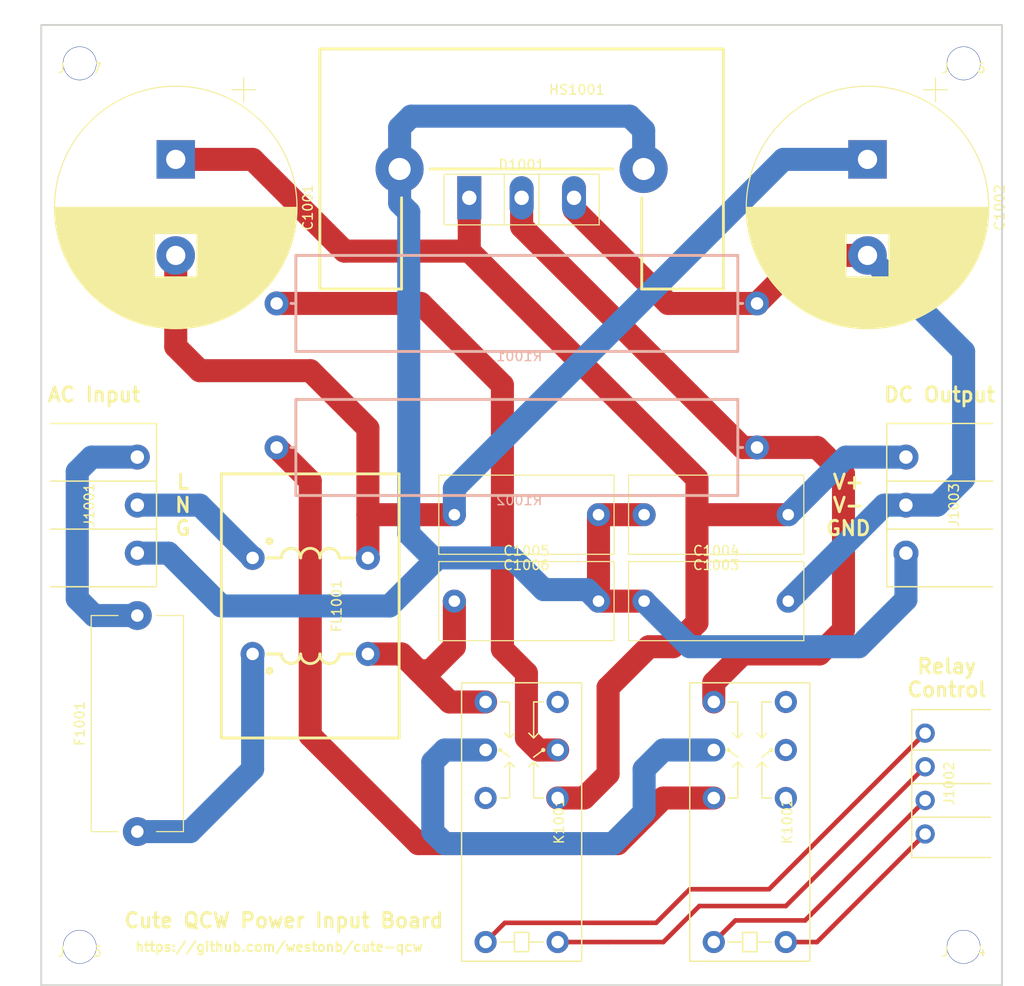
<source format=kicad_pcb>
(kicad_pcb (version 20171130) (host pcbnew 5.0.2-bee76a0~70~ubuntu18.04.1)

  (general
    (thickness 1.6)
    (drawings 12)
    (tracks 129)
    (zones 0)
    (modules 21)
    (nets 22)
  )

  (page A4)
  (layers
    (0 F.Cu signal)
    (31 B.Cu signal)
    (32 B.Adhes user)
    (33 F.Adhes user)
    (34 B.Paste user)
    (35 F.Paste user)
    (36 B.SilkS user)
    (37 F.SilkS user)
    (38 B.Mask user)
    (39 F.Mask user)
    (40 Dwgs.User user)
    (41 Cmts.User user)
    (42 Eco1.User user)
    (43 Eco2.User user)
    (44 Edge.Cuts user)
    (45 Margin user)
    (46 B.CrtYd user)
    (47 F.CrtYd user)
    (48 B.Fab user)
    (49 F.Fab user)
  )

  (setup
    (last_trace_width 0.48)
    (user_trace_width 0.24)
    (user_trace_width 0.48)
    (user_trace_width 1)
    (user_trace_width 1.6)
    (user_trace_width 2.4)
    (trace_clearance 0.2)
    (zone_clearance 0.508)
    (zone_45_only no)
    (trace_min 0.2)
    (segment_width 0.2)
    (edge_width 0.15)
    (via_size 0.8)
    (via_drill 0.4)
    (via_min_size 0.4)
    (via_min_drill 0.3)
    (user_via 1.2 0.8)
    (user_via 2.4 1.6)
    (uvia_size 0.3)
    (uvia_drill 0.1)
    (uvias_allowed no)
    (uvia_min_size 0.2)
    (uvia_min_drill 0.1)
    (pcb_text_width 0.3)
    (pcb_text_size 1.5 1.5)
    (mod_edge_width 0.15)
    (mod_text_size 1 1)
    (mod_text_width 0.15)
    (pad_size 1.524 1.524)
    (pad_drill 0.762)
    (pad_to_mask_clearance 0.051)
    (solder_mask_min_width 0.25)
    (aux_axis_origin 0 0)
    (visible_elements FFFFFF7F)
    (pcbplotparams
      (layerselection 0x010f0_ffffffff)
      (usegerberextensions false)
      (usegerberattributes false)
      (usegerberadvancedattributes false)
      (creategerberjobfile false)
      (excludeedgelayer true)
      (linewidth 0.100000)
      (plotframeref false)
      (viasonmask false)
      (mode 1)
      (useauxorigin false)
      (hpglpennumber 1)
      (hpglpenspeed 20)
      (hpglpendiameter 15.000000)
      (psnegative false)
      (psa4output false)
      (plotreference false)
      (plotvalue false)
      (plotinvisibletext false)
      (padsonsilk false)
      (subtractmaskfromsilk false)
      (outputformat 1)
      (mirror false)
      (drillshape 0)
      (scaleselection 1)
      (outputdirectory "../../../gerbers/power/"))
  )

  (net 0 "")
  (net 1 /VOUT+)
  (net 2 /DOUBLER_IN)
  (net 3 /VOUT-)
  (net 4 "Net-(F1001-Pad1)")
  (net 5 /L)
  (net 6 /N)
  (net 7 /G)
  (net 8 /L')
  (net 9 /N')
  (net 10 /RELAY1_A)
  (net 11 /RELAY1_B)
  (net 12 /PRECHARGE_IN)
  (net 13 "Net-(K1001-Pad5)")
  (net 14 "Net-(K1001-Pad2)")
  (net 15 /DISCHARGE)
  (net 16 "Net-(K1002-Pad7)")
  (net 17 /PRECHARGE)
  (net 18 "Net-(K1002-Pad5)")
  (net 19 "Net-(K1002-Pad6)")
  (net 20 /RELAY2_B)
  (net 21 /RELAY2_A)

  (net_class Default "This is the default net class."
    (clearance 0.2)
    (trace_width 0.25)
    (via_dia 0.8)
    (via_drill 0.4)
    (uvia_dia 0.3)
    (uvia_drill 0.1)
    (add_net /DISCHARGE)
    (add_net /DOUBLER_IN)
    (add_net /G)
    (add_net /L)
    (add_net /L')
    (add_net /N)
    (add_net /N')
    (add_net /PRECHARGE)
    (add_net /PRECHARGE_IN)
    (add_net /RELAY1_A)
    (add_net /RELAY1_B)
    (add_net /RELAY2_A)
    (add_net /RELAY2_B)
    (add_net /VOUT+)
    (add_net /VOUT-)
    (add_net "Net-(F1001-Pad1)")
    (add_net "Net-(K1001-Pad2)")
    (add_net "Net-(K1001-Pad5)")
    (add_net "Net-(K1002-Pad5)")
    (add_net "Net-(K1002-Pad6)")
    (add_net "Net-(K1002-Pad7)")
  )

  (module Package_TO_SOT_THT:TO-247-3_Vertical (layer F.Cu) (tedit 5AC86DC3) (tstamp 5C82E5DD)
    (at 144.55 68)
    (descr "TO-247-3, Vertical, RM 5.45mm, see https://toshiba.semicon-storage.com/us/product/mosfet/to-247-4l.html")
    (tags "TO-247-3 Vertical RM 5.45mm")
    (path /5C4834DD)
    (fp_text reference D1001 (at 5.45 -3.45) (layer F.SilkS)
      (effects (font (size 1 1) (thickness 0.15)))
    )
    (fp_text value D_x2_Serial_KCA (at 5 5) (layer F.Fab)
      (effects (font (size 1 1) (thickness 0.15)))
    )
    (fp_line (start -2.5 -2.33) (end -2.5 2.7) (layer F.Fab) (width 0.1))
    (fp_line (start -2.5 2.7) (end 13.4 2.7) (layer F.Fab) (width 0.1))
    (fp_line (start 13.4 2.7) (end 13.4 -2.33) (layer F.Fab) (width 0.1))
    (fp_line (start 13.4 -2.33) (end -2.5 -2.33) (layer F.Fab) (width 0.1))
    (fp_line (start 3.645 -2.33) (end 3.645 2.7) (layer F.Fab) (width 0.1))
    (fp_line (start 7.255 -2.33) (end 7.255 2.7) (layer F.Fab) (width 0.1))
    (fp_line (start -2.62 -2.451) (end 13.52 -2.451) (layer F.SilkS) (width 0.12))
    (fp_line (start -2.62 2.82) (end 13.52 2.82) (layer F.SilkS) (width 0.12))
    (fp_line (start -2.62 -2.451) (end -2.62 2.82) (layer F.SilkS) (width 0.12))
    (fp_line (start 13.52 -2.451) (end 13.52 2.82) (layer F.SilkS) (width 0.12))
    (fp_line (start 3.646 -2.451) (end 3.646 2.82) (layer F.SilkS) (width 0.12))
    (fp_line (start 7.255 -2.451) (end 7.255 2.82) (layer F.SilkS) (width 0.12))
    (fp_line (start -2.75 -2.59) (end -2.75 2.95) (layer F.CrtYd) (width 0.05))
    (fp_line (start -2.75 2.95) (end 13.65 2.95) (layer F.CrtYd) (width 0.05))
    (fp_line (start 13.65 2.95) (end 13.65 -2.59) (layer F.CrtYd) (width 0.05))
    (fp_line (start 13.65 -2.59) (end -2.75 -2.59) (layer F.CrtYd) (width 0.05))
    (fp_text user %R (at 5.45 -3.45) (layer F.Fab)
      (effects (font (size 1 1) (thickness 0.15)))
    )
    (pad 1 thru_hole rect (at 0 0) (size 2.5 4.5) (drill 1.5) (layers *.Cu *.Mask)
      (net 1 /VOUT+))
    (pad 2 thru_hole oval (at 5.45 0) (size 2.5 4.5) (drill 1.5) (layers *.Cu *.Mask)
      (net 2 /DOUBLER_IN))
    (pad 3 thru_hole oval (at 10.9 0) (size 2.5 4.5) (drill 1.5) (layers *.Cu *.Mask)
      (net 3 /VOUT-))
    (model ${KISYS3DMOD}/Package_TO_SOT_THT.3dshapes/TO-247-3_Vertical.wrl
      (at (xyz 0 0 0))
      (scale (xyz 1 1 1))
      (rotate (xyz 0 0 0))
    )
  )

  (module Fuse:Fuseholder_Cylinder-5x20mm_Schurter_0031_8201_Horizontal_Open (layer F.Cu) (tedit 5A1C8BA4) (tstamp 5C80B38B)
    (at 110 134 90)
    (descr http://www.schurter.com/var/schurter/storage/ilcatalogue/files/document/datasheet/en/pdf/typ_OGN.pdf)
    (tags "Fuseholder horizontal open 5x20 Schurter 0031.8201")
    (path /5C48F155)
    (fp_text reference F1001 (at 11.25 -6 90) (layer F.SilkS)
      (effects (font (size 1 1) (thickness 0.15)))
    )
    (fp_text value Fuse (at 11.25 6 90) (layer F.Fab)
      (effects (font (size 1 1) (thickness 0.15)))
    )
    (fp_text user %R (at 11.25 4 90) (layer F.Fab)
      (effects (font (size 1 1) (thickness 0.15)))
    )
    (fp_line (start 0.1 -4.7) (end 0.1 4.7) (layer F.Fab) (width 0.1))
    (fp_line (start 0.1 4.7) (end 22.4 4.7) (layer F.Fab) (width 0.1))
    (fp_line (start 22.4 4.7) (end 22.4 -4.7) (layer F.Fab) (width 0.1))
    (fp_line (start 22.4 -4.7) (end 0.1 -4.7) (layer F.Fab) (width 0.1))
    (fp_line (start -0.25 5.05) (end -0.25 1.95) (layer F.CrtYd) (width 0.05))
    (fp_line (start 22.5 4.8) (end 22.5 2) (layer F.SilkS) (width 0.12))
    (fp_line (start 22.5 -2) (end 22.5 -4.8) (layer F.SilkS) (width 0.12))
    (fp_line (start 0 -2) (end 0 -4.8) (layer F.SilkS) (width 0.12))
    (fp_line (start 0 -4.8) (end 22.5 -4.8) (layer F.SilkS) (width 0.12))
    (fp_line (start 22.75 5.05) (end -0.25 5.05) (layer F.CrtYd) (width 0.05))
    (fp_line (start -0.25 -5.05) (end 22.75 -5.05) (layer F.CrtYd) (width 0.05))
    (fp_line (start 0 4.8) (end 22.5 4.8) (layer F.SilkS) (width 0.12))
    (fp_line (start -0.25 -1.95) (end -0.25 -5.05) (layer F.CrtYd) (width 0.05))
    (fp_line (start 22.75 -1.95) (end 22.75 -5.05) (layer F.CrtYd) (width 0.05))
    (fp_line (start 22.75 1.95) (end 22.75 5.05) (layer F.CrtYd) (width 0.05))
    (fp_line (start 0 4.8) (end 0 2) (layer F.SilkS) (width 0.12))
    (fp_arc (start 22.5 0) (end 22.75 -1.95) (angle 165.3) (layer F.CrtYd) (width 0.05))
    (fp_arc (start 0 0) (end -0.25 1.95) (angle 165.3) (layer F.CrtYd) (width 0.05))
    (pad 1 thru_hole circle (at 0 0 90) (size 3 3) (drill 1.3) (layers *.Cu *.Mask)
      (net 4 "Net-(F1001-Pad1)"))
    (pad 2 thru_hole circle (at 22.5 0 90) (size 3 3) (drill 1.3) (layers *.Cu *.Mask)
      (net 5 /L))
    (pad "" np_thru_hole circle (at 11.25 0 90) (size 2.7 2.7) (drill 2.7) (layers *.Cu *.Mask))
    (model ${KISYS3DMOD}/Fuse.3dshapes/Fuseholder_Cylinder-5x20mm_Schurter_0031_8201_Horizontal_Open.wrl
      (at (xyz 0 0 0))
      (scale (xyz 1 1 1))
      (rotate (xyz 0 0 0))
    )
  )

  (module wbraun_smd:RA-T2X (layer F.Cu) (tedit 5C4974D9) (tstamp 5C82E537)
    (at 150 68)
    (tags heatsink)
    (path /5C4B8180)
    (fp_text reference HS1001 (at 5.75 -11.25) (layer F.SilkS)
      (effects (font (size 1 1) (thickness 0.15)))
    )
    (fp_text value Heatsink_Pad (at -0.25 -5.25) (layer F.Fab)
      (effects (font (size 1 1) (thickness 0.15)))
    )
    (fp_line (start 12.5 0) (end 12.5 9.5) (layer F.SilkS) (width 0.3))
    (fp_line (start -12.5 0) (end -12.5 9.5) (layer F.SilkS) (width 0.3))
    (fp_line (start 12.5 9.5) (end 21 9.5) (layer F.SilkS) (width 0.3))
    (fp_line (start 21 9.5) (end 21 -15.5) (layer F.SilkS) (width 0.3))
    (fp_line (start 21 -15.5) (end -21 -15.5) (layer F.SilkS) (width 0.3))
    (fp_line (start -21 -15.5) (end -21 9.5) (layer F.SilkS) (width 0.3))
    (fp_line (start -21 9.5) (end -12.5 9.5) (layer F.SilkS) (width 0.3))
    (fp_line (start -9.5 -3) (end 9.5 -3) (layer F.SilkS) (width 0.3))
    (fp_line (start 12.5 -0.25) (end 12.5 9.5) (layer F.Fab) (width 0.3))
    (fp_line (start 12.5 9.5) (end 21 9.5) (layer F.Fab) (width 0.3))
    (fp_line (start 21 9.5) (end 21 -15.5) (layer F.Fab) (width 0.3))
    (fp_line (start 21 -15.5) (end -21 -15.5) (layer F.Fab) (width 0.3))
    (fp_line (start -21 -15.5) (end -21 9.5) (layer F.Fab) (width 0.3))
    (fp_line (start -21 9.5) (end -12.5 9.5) (layer F.Fab) (width 0.3))
    (fp_line (start -12.5 9.5) (end -12.5 0) (layer F.Fab) (width 0.3))
    (fp_line (start -9.5 -3) (end 9.5 -3) (layer F.Fab) (width 0.3))
    (fp_line (start 11.5 -0.25) (end 11.5 10.5) (layer F.CrtYd) (width 0.3))
    (fp_line (start 11.5 10.5) (end 22 10.5) (layer F.CrtYd) (width 0.3))
    (fp_line (start 22 10.5) (end 22 -16.5) (layer F.CrtYd) (width 0.3))
    (fp_line (start 22 -16.5) (end -22 -16.5) (layer F.CrtYd) (width 0.3))
    (fp_line (start -22 -16.5) (end -22 10.5) (layer F.CrtYd) (width 0.3))
    (fp_line (start -22 10.5) (end -11.5 10.5) (layer F.CrtYd) (width 0.3))
    (fp_line (start -11.5 10.5) (end -11.5 0) (layer F.CrtYd) (width 0.3))
    (fp_line (start -11.5 0) (end -11.5 -3.5) (layer F.CrtYd) (width 0.3))
    (fp_line (start -11.5 -3.5) (end -11.5 -4) (layer F.CrtYd) (width 0.3))
    (fp_line (start -11.5 -4) (end 11.5 -4) (layer F.CrtYd) (width 0.3))
    (fp_line (start 11.5 -4) (end 11.5 -0.25) (layer F.CrtYd) (width 0.3))
    (pad 1 thru_hole circle (at -12.7 -3) (size 5 5) (drill 2.3) (layers *.Cu *.Mask)
      (net 7 /G))
    (pad 1 thru_hole circle (at 12.7 -3) (size 5 5) (drill 2.3) (layers *.Cu *.Mask)
      (net 7 /G))
  )

  (module wbraun_smd:G2RL-2 (layer F.Cu) (tedit 5C4970B9) (tstamp 5C80B3F3)
    (at 150 133 90)
    (tags "Relay DPDT")
    (path /5C496070)
    (fp_text reference K1001 (at 0.1 3.9 90) (layer F.SilkS)
      (effects (font (size 1 1) (thickness 0.15)))
    )
    (fp_text value GTRL2 (at 0 -4.1 90) (layer F.Fab)
      (effects (font (size 1 1) (thickness 0.15)))
    )
    (fp_line (start -12.5 -2.25) (end -12.5 -0.75) (layer F.SilkS) (width 0.15))
    (fp_line (start -13.5 0.75) (end -13.5 -0.75) (layer F.SilkS) (width 0.15))
    (fp_line (start -12.5 0.75) (end -12.5 2.25) (layer F.SilkS) (width 0.15))
    (fp_line (start -13.5 -0.75) (end -11.5 -0.75) (layer F.SilkS) (width 0.15))
    (fp_line (start -11.5 -0.75) (end -11.5 0.75) (layer F.SilkS) (width 0.15))
    (fp_line (start -11.5 0.75) (end -13.5 0.75) (layer F.SilkS) (width 0.15))
    (fp_line (start 2.5 -2.25) (end 2.5 -1.25) (layer F.SilkS) (width 0.15))
    (fp_circle (center 7.5 -2.25) (end 7.625 -2.25) (layer F.SilkS) (width 0.2))
    (fp_line (start 7.5 -2.25) (end 6.75 -1.25) (layer F.SilkS) (width 0.15))
    (fp_line (start 6.25 -1.25) (end 5.75 -1.75) (layer F.SilkS) (width 0.15))
    (fp_line (start 6.25 -1.25) (end 5.75 -0.75) (layer F.SilkS) (width 0.15))
    (fp_line (start 6.25 -1.25) (end 2.5 -1.25) (layer F.SilkS) (width 0.15))
    (fp_line (start 8.75 -1.25) (end 9.25 -1.75) (layer F.SilkS) (width 0.15))
    (fp_line (start 8.75 -1.25) (end 9.25 -0.75) (layer F.SilkS) (width 0.15))
    (fp_line (start 8.75 -1.25) (end 12.5 -1.25) (layer F.SilkS) (width 0.15))
    (fp_line (start 12.5 -1.25) (end 12.5 -2.25) (layer F.SilkS) (width 0.15))
    (fp_circle (center 7.5 2.25) (end 7.625 2.25) (layer F.SilkS) (width 0.2))
    (fp_line (start 2.5 2.25) (end 2.5 1.25) (layer F.SilkS) (width 0.15))
    (fp_line (start 2.5 1.25) (end 6.25 1.25) (layer F.SilkS) (width 0.15))
    (fp_line (start 6.25 1.25) (end 5.75 0.75) (layer F.SilkS) (width 0.15))
    (fp_line (start 6.25 1.25) (end 5.75 1.75) (layer F.SilkS) (width 0.15))
    (fp_line (start 7.5 2.25) (end 6.75 1.25) (layer F.SilkS) (width 0.15))
    (fp_line (start 12.5 2.25) (end 12.5 1.25) (layer F.SilkS) (width 0.15))
    (fp_line (start 12.5 1.25) (end 8.75 1.25) (layer F.SilkS) (width 0.15))
    (fp_line (start 8.75 1.25) (end 9.25 0.75) (layer F.SilkS) (width 0.15))
    (fp_line (start 8.75 1.25) (end 9.25 1.75) (layer F.SilkS) (width 0.15))
    (fp_line (start -14.5 -6.25) (end 14.5 -6.25) (layer F.SilkS) (width 0.15))
    (fp_line (start 14.5 -6.25) (end 14.5 6.25) (layer F.SilkS) (width 0.15))
    (fp_line (start 14.5 6.25) (end -14.5 6.25) (layer F.SilkS) (width 0.15))
    (fp_line (start -14.5 6.25) (end -14.5 -6.25) (layer F.SilkS) (width 0.15))
    (fp_line (start -14.5 -6.25) (end 14.5 -6.25) (layer F.Fab) (width 0.15))
    (fp_line (start 14.5 -6.25) (end 14.5 6.25) (layer F.Fab) (width 0.15))
    (fp_line (start 14.5 6.25) (end -14.5 6.25) (layer F.Fab) (width 0.15))
    (fp_line (start -14.5 6.25) (end -14.5 -6.25) (layer F.Fab) (width 0.15))
    (fp_line (start -15.5 -7.25) (end 15.5 -7.25) (layer F.CrtYd) (width 0.15))
    (fp_line (start 15.5 -7.25) (end 15.5 7.25) (layer F.CrtYd) (width 0.15))
    (fp_line (start 15.5 7.25) (end -15.5 7.25) (layer F.CrtYd) (width 0.15))
    (fp_line (start -15.5 7.25) (end -15.5 -7.25) (layer F.CrtYd) (width 0.15))
    (pad 1 thru_hole circle (at -12.5 -3.75 90) (size 2.3 2.3) (drill 1.3) (layers *.Cu *.Mask)
      (net 10 /RELAY1_A))
    (pad 8 thru_hole circle (at -12.5 3.75 90) (size 2.3 2.3) (drill 1.3) (layers *.Cu *.Mask)
      (net 11 /RELAY1_B))
    (pad 6 thru_hole circle (at 7.5 3.75 90) (size 2.3 2.3) (drill 1.3) (layers *.Cu *.Mask)
      (net 15 /DISCHARGE))
    (pad 3 thru_hole circle (at 7.5 -3.75 90) (size 2.3 2.3) (drill 1.3) (layers *.Cu *.Mask)
      (net 12 /PRECHARGE_IN))
    (pad 4 thru_hole circle (at 12.5 -3.75 90) (size 2.3 2.3) (drill 1.3) (layers *.Cu *.Mask)
      (net 8 /L'))
    (pad 5 thru_hole circle (at 12.5 3.75 90) (size 2.3 2.3) (drill 1.3) (layers *.Cu *.Mask)
      (net 13 "Net-(K1001-Pad5)"))
    (pad 2 thru_hole circle (at 2.5 -3.75 90) (size 2.3 2.3) (drill 1.3) (layers *.Cu *.Mask)
      (net 14 "Net-(K1001-Pad2)"))
    (pad 7 thru_hole circle (at 2.5 3.75 90) (size 2.3 2.3) (drill 1.3) (layers *.Cu *.Mask)
      (net 1 /VOUT+))
  )

  (module wbraun_smd:G2RL-2 (layer F.Cu) (tedit 5C4970B9) (tstamp 5C80B425)
    (at 173.75 133 90)
    (tags "Relay DPDT")
    (path /5C4963A0)
    (fp_text reference K1002 (at 0.1 3.9 90) (layer F.SilkS)
      (effects (font (size 1 1) (thickness 0.15)))
    )
    (fp_text value GTRL2 (at 0 -4.1 90) (layer F.Fab)
      (effects (font (size 1 1) (thickness 0.15)))
    )
    (fp_line (start -15.5 7.25) (end -15.5 -7.25) (layer F.CrtYd) (width 0.15))
    (fp_line (start 15.5 7.25) (end -15.5 7.25) (layer F.CrtYd) (width 0.15))
    (fp_line (start 15.5 -7.25) (end 15.5 7.25) (layer F.CrtYd) (width 0.15))
    (fp_line (start -15.5 -7.25) (end 15.5 -7.25) (layer F.CrtYd) (width 0.15))
    (fp_line (start -14.5 6.25) (end -14.5 -6.25) (layer F.Fab) (width 0.15))
    (fp_line (start 14.5 6.25) (end -14.5 6.25) (layer F.Fab) (width 0.15))
    (fp_line (start 14.5 -6.25) (end 14.5 6.25) (layer F.Fab) (width 0.15))
    (fp_line (start -14.5 -6.25) (end 14.5 -6.25) (layer F.Fab) (width 0.15))
    (fp_line (start -14.5 6.25) (end -14.5 -6.25) (layer F.SilkS) (width 0.15))
    (fp_line (start 14.5 6.25) (end -14.5 6.25) (layer F.SilkS) (width 0.15))
    (fp_line (start 14.5 -6.25) (end 14.5 6.25) (layer F.SilkS) (width 0.15))
    (fp_line (start -14.5 -6.25) (end 14.5 -6.25) (layer F.SilkS) (width 0.15))
    (fp_line (start 8.75 1.25) (end 9.25 1.75) (layer F.SilkS) (width 0.15))
    (fp_line (start 8.75 1.25) (end 9.25 0.75) (layer F.SilkS) (width 0.15))
    (fp_line (start 12.5 1.25) (end 8.75 1.25) (layer F.SilkS) (width 0.15))
    (fp_line (start 12.5 2.25) (end 12.5 1.25) (layer F.SilkS) (width 0.15))
    (fp_line (start 7.5 2.25) (end 6.75 1.25) (layer F.SilkS) (width 0.15))
    (fp_line (start 6.25 1.25) (end 5.75 1.75) (layer F.SilkS) (width 0.15))
    (fp_line (start 6.25 1.25) (end 5.75 0.75) (layer F.SilkS) (width 0.15))
    (fp_line (start 2.5 1.25) (end 6.25 1.25) (layer F.SilkS) (width 0.15))
    (fp_line (start 2.5 2.25) (end 2.5 1.25) (layer F.SilkS) (width 0.15))
    (fp_circle (center 7.5 2.25) (end 7.625 2.25) (layer F.SilkS) (width 0.2))
    (fp_line (start 12.5 -1.25) (end 12.5 -2.25) (layer F.SilkS) (width 0.15))
    (fp_line (start 8.75 -1.25) (end 12.5 -1.25) (layer F.SilkS) (width 0.15))
    (fp_line (start 8.75 -1.25) (end 9.25 -0.75) (layer F.SilkS) (width 0.15))
    (fp_line (start 8.75 -1.25) (end 9.25 -1.75) (layer F.SilkS) (width 0.15))
    (fp_line (start 6.25 -1.25) (end 2.5 -1.25) (layer F.SilkS) (width 0.15))
    (fp_line (start 6.25 -1.25) (end 5.75 -0.75) (layer F.SilkS) (width 0.15))
    (fp_line (start 6.25 -1.25) (end 5.75 -1.75) (layer F.SilkS) (width 0.15))
    (fp_line (start 7.5 -2.25) (end 6.75 -1.25) (layer F.SilkS) (width 0.15))
    (fp_circle (center 7.5 -2.25) (end 7.625 -2.25) (layer F.SilkS) (width 0.2))
    (fp_line (start 2.5 -2.25) (end 2.5 -1.25) (layer F.SilkS) (width 0.15))
    (fp_line (start -11.5 0.75) (end -13.5 0.75) (layer F.SilkS) (width 0.15))
    (fp_line (start -11.5 -0.75) (end -11.5 0.75) (layer F.SilkS) (width 0.15))
    (fp_line (start -13.5 -0.75) (end -11.5 -0.75) (layer F.SilkS) (width 0.15))
    (fp_line (start -12.5 0.75) (end -12.5 2.25) (layer F.SilkS) (width 0.15))
    (fp_line (start -13.5 0.75) (end -13.5 -0.75) (layer F.SilkS) (width 0.15))
    (fp_line (start -12.5 -2.25) (end -12.5 -0.75) (layer F.SilkS) (width 0.15))
    (pad 7 thru_hole circle (at 2.5 3.75 90) (size 2.3 2.3) (drill 1.3) (layers *.Cu *.Mask)
      (net 16 "Net-(K1002-Pad7)"))
    (pad 2 thru_hole circle (at 2.5 -3.75 90) (size 2.3 2.3) (drill 1.3) (layers *.Cu *.Mask)
      (net 17 /PRECHARGE))
    (pad 5 thru_hole circle (at 12.5 3.75 90) (size 2.3 2.3) (drill 1.3) (layers *.Cu *.Mask)
      (net 18 "Net-(K1002-Pad5)"))
    (pad 4 thru_hole circle (at 12.5 -3.75 90) (size 2.3 2.3) (drill 1.3) (layers *.Cu *.Mask)
      (net 2 /DOUBLER_IN))
    (pad 3 thru_hole circle (at 7.5 -3.75 90) (size 2.3 2.3) (drill 1.3) (layers *.Cu *.Mask)
      (net 12 /PRECHARGE_IN))
    (pad 6 thru_hole circle (at 7.5 3.75 90) (size 2.3 2.3) (drill 1.3) (layers *.Cu *.Mask)
      (net 19 "Net-(K1002-Pad6)"))
    (pad 8 thru_hole circle (at -12.5 3.75 90) (size 2.3 2.3) (drill 1.3) (layers *.Cu *.Mask)
      (net 20 /RELAY2_B))
    (pad 1 thru_hole circle (at -12.5 -3.75 90) (size 2.3 2.3) (drill 1.3) (layers *.Cu *.Mask)
      (net 21 /RELAY2_A))
  )

  (module Capacitor_THT:CP_Radial_D25.0mm_P10.00mm_SnapIn (layer F.Cu) (tedit 5AE50EF1) (tstamp 5C834DE2)
    (at 114 64 270)
    (descr "CP, Radial series, Radial, pin pitch=10.00mm, , diameter=25mm, Electrolytic Capacitor, , http://www.vishay.com/docs/28342/058059pll-si.pdf")
    (tags "CP Radial series Radial pin pitch 10.00mm  diameter 25mm Electrolytic Capacitor")
    (path /5C483287)
    (fp_text reference C1001 (at 5 -13.75 270) (layer F.SilkS)
      (effects (font (size 1 1) (thickness 0.15)))
    )
    (fp_text value CP1 (at 5 13.75 270) (layer F.Fab)
      (effects (font (size 1 1) (thickness 0.15)))
    )
    (fp_circle (center 5 0) (end 17.5 0) (layer F.Fab) (width 0.1))
    (fp_circle (center 5 0) (end 17.62 0) (layer F.SilkS) (width 0.12))
    (fp_circle (center 5 0) (end 17.75 0) (layer F.CrtYd) (width 0.05))
    (fp_line (start -5.754629 -5.4875) (end -3.254629 -5.4875) (layer F.Fab) (width 0.1))
    (fp_line (start -4.504629 -6.7375) (end -4.504629 -4.2375) (layer F.Fab) (width 0.1))
    (fp_line (start 5 -12.581) (end 5 12.581) (layer F.SilkS) (width 0.12))
    (fp_line (start 5.04 -12.58) (end 5.04 12.58) (layer F.SilkS) (width 0.12))
    (fp_line (start 5.08 -12.58) (end 5.08 12.58) (layer F.SilkS) (width 0.12))
    (fp_line (start 5.12 -12.58) (end 5.12 12.58) (layer F.SilkS) (width 0.12))
    (fp_line (start 5.16 -12.579) (end 5.16 12.579) (layer F.SilkS) (width 0.12))
    (fp_line (start 5.2 -12.579) (end 5.2 12.579) (layer F.SilkS) (width 0.12))
    (fp_line (start 5.24 -12.578) (end 5.24 12.578) (layer F.SilkS) (width 0.12))
    (fp_line (start 5.28 -12.577) (end 5.28 12.577) (layer F.SilkS) (width 0.12))
    (fp_line (start 5.32 -12.576) (end 5.32 12.576) (layer F.SilkS) (width 0.12))
    (fp_line (start 5.36 -12.575) (end 5.36 12.575) (layer F.SilkS) (width 0.12))
    (fp_line (start 5.4 -12.574) (end 5.4 12.574) (layer F.SilkS) (width 0.12))
    (fp_line (start 5.44 -12.573) (end 5.44 12.573) (layer F.SilkS) (width 0.12))
    (fp_line (start 5.48 -12.571) (end 5.48 12.571) (layer F.SilkS) (width 0.12))
    (fp_line (start 5.52 -12.57) (end 5.52 12.57) (layer F.SilkS) (width 0.12))
    (fp_line (start 5.56 -12.568) (end 5.56 12.568) (layer F.SilkS) (width 0.12))
    (fp_line (start 5.6 -12.566) (end 5.6 12.566) (layer F.SilkS) (width 0.12))
    (fp_line (start 5.64 -12.564) (end 5.64 12.564) (layer F.SilkS) (width 0.12))
    (fp_line (start 5.68 -12.562) (end 5.68 12.562) (layer F.SilkS) (width 0.12))
    (fp_line (start 5.721 -12.56) (end 5.721 12.56) (layer F.SilkS) (width 0.12))
    (fp_line (start 5.761 -12.558) (end 5.761 12.558) (layer F.SilkS) (width 0.12))
    (fp_line (start 5.801 -12.555) (end 5.801 12.555) (layer F.SilkS) (width 0.12))
    (fp_line (start 5.841 -12.553) (end 5.841 12.553) (layer F.SilkS) (width 0.12))
    (fp_line (start 5.881 -12.55) (end 5.881 12.55) (layer F.SilkS) (width 0.12))
    (fp_line (start 5.921 -12.547) (end 5.921 12.547) (layer F.SilkS) (width 0.12))
    (fp_line (start 5.961 -12.544) (end 5.961 12.544) (layer F.SilkS) (width 0.12))
    (fp_line (start 6.001 -12.541) (end 6.001 12.541) (layer F.SilkS) (width 0.12))
    (fp_line (start 6.041 -12.538) (end 6.041 12.538) (layer F.SilkS) (width 0.12))
    (fp_line (start 6.081 -12.534) (end 6.081 12.534) (layer F.SilkS) (width 0.12))
    (fp_line (start 6.121 -12.531) (end 6.121 12.531) (layer F.SilkS) (width 0.12))
    (fp_line (start 6.161 -12.527) (end 6.161 12.527) (layer F.SilkS) (width 0.12))
    (fp_line (start 6.201 -12.523) (end 6.201 12.523) (layer F.SilkS) (width 0.12))
    (fp_line (start 6.241 -12.519) (end 6.241 12.519) (layer F.SilkS) (width 0.12))
    (fp_line (start 6.281 -12.515) (end 6.281 12.515) (layer F.SilkS) (width 0.12))
    (fp_line (start 6.321 -12.511) (end 6.321 12.511) (layer F.SilkS) (width 0.12))
    (fp_line (start 6.361 -12.507) (end 6.361 12.507) (layer F.SilkS) (width 0.12))
    (fp_line (start 6.401 -12.503) (end 6.401 12.503) (layer F.SilkS) (width 0.12))
    (fp_line (start 6.441 -12.498) (end 6.441 12.498) (layer F.SilkS) (width 0.12))
    (fp_line (start 6.481 -12.493) (end 6.481 12.493) (layer F.SilkS) (width 0.12))
    (fp_line (start 6.521 -12.489) (end 6.521 12.489) (layer F.SilkS) (width 0.12))
    (fp_line (start 6.561 -12.484) (end 6.561 12.484) (layer F.SilkS) (width 0.12))
    (fp_line (start 6.601 -12.479) (end 6.601 12.479) (layer F.SilkS) (width 0.12))
    (fp_line (start 6.641 -12.473) (end 6.641 12.473) (layer F.SilkS) (width 0.12))
    (fp_line (start 6.681 -12.468) (end 6.681 12.468) (layer F.SilkS) (width 0.12))
    (fp_line (start 6.721 -12.463) (end 6.721 12.463) (layer F.SilkS) (width 0.12))
    (fp_line (start 6.761 -12.457) (end 6.761 12.457) (layer F.SilkS) (width 0.12))
    (fp_line (start 6.801 -12.451) (end 6.801 12.451) (layer F.SilkS) (width 0.12))
    (fp_line (start 6.841 -12.446) (end 6.841 12.446) (layer F.SilkS) (width 0.12))
    (fp_line (start 6.881 -12.44) (end 6.881 12.44) (layer F.SilkS) (width 0.12))
    (fp_line (start 6.921 -12.434) (end 6.921 12.434) (layer F.SilkS) (width 0.12))
    (fp_line (start 6.961 -12.427) (end 6.961 12.427) (layer F.SilkS) (width 0.12))
    (fp_line (start 7.001 -12.421) (end 7.001 12.421) (layer F.SilkS) (width 0.12))
    (fp_line (start 7.041 -12.415) (end 7.041 12.415) (layer F.SilkS) (width 0.12))
    (fp_line (start 7.081 -12.408) (end 7.081 12.408) (layer F.SilkS) (width 0.12))
    (fp_line (start 7.121 -12.401) (end 7.121 12.401) (layer F.SilkS) (width 0.12))
    (fp_line (start 7.161 -12.394) (end 7.161 12.394) (layer F.SilkS) (width 0.12))
    (fp_line (start 7.201 -12.387) (end 7.201 12.387) (layer F.SilkS) (width 0.12))
    (fp_line (start 7.241 -12.38) (end 7.241 12.38) (layer F.SilkS) (width 0.12))
    (fp_line (start 7.281 -12.373) (end 7.281 12.373) (layer F.SilkS) (width 0.12))
    (fp_line (start 7.321 -12.365) (end 7.321 12.365) (layer F.SilkS) (width 0.12))
    (fp_line (start 7.361 -12.358) (end 7.361 12.358) (layer F.SilkS) (width 0.12))
    (fp_line (start 7.401 -12.35) (end 7.401 12.35) (layer F.SilkS) (width 0.12))
    (fp_line (start 7.441 -12.342) (end 7.441 12.342) (layer F.SilkS) (width 0.12))
    (fp_line (start 7.481 -12.334) (end 7.481 12.334) (layer F.SilkS) (width 0.12))
    (fp_line (start 7.521 -12.326) (end 7.521 12.326) (layer F.SilkS) (width 0.12))
    (fp_line (start 7.561 -12.318) (end 7.561 12.318) (layer F.SilkS) (width 0.12))
    (fp_line (start 7.601 -12.31) (end 7.601 12.31) (layer F.SilkS) (width 0.12))
    (fp_line (start 7.641 -12.301) (end 7.641 12.301) (layer F.SilkS) (width 0.12))
    (fp_line (start 7.681 -12.293) (end 7.681 12.293) (layer F.SilkS) (width 0.12))
    (fp_line (start 7.721 -12.284) (end 7.721 12.284) (layer F.SilkS) (width 0.12))
    (fp_line (start 7.761 -12.275) (end 7.761 -2.24) (layer F.SilkS) (width 0.12))
    (fp_line (start 7.761 2.24) (end 7.761 12.275) (layer F.SilkS) (width 0.12))
    (fp_line (start 7.801 -12.266) (end 7.801 -2.24) (layer F.SilkS) (width 0.12))
    (fp_line (start 7.801 2.24) (end 7.801 12.266) (layer F.SilkS) (width 0.12))
    (fp_line (start 7.841 -12.257) (end 7.841 -2.24) (layer F.SilkS) (width 0.12))
    (fp_line (start 7.841 2.24) (end 7.841 12.257) (layer F.SilkS) (width 0.12))
    (fp_line (start 7.881 -12.247) (end 7.881 -2.24) (layer F.SilkS) (width 0.12))
    (fp_line (start 7.881 2.24) (end 7.881 12.247) (layer F.SilkS) (width 0.12))
    (fp_line (start 7.921 -12.238) (end 7.921 -2.24) (layer F.SilkS) (width 0.12))
    (fp_line (start 7.921 2.24) (end 7.921 12.238) (layer F.SilkS) (width 0.12))
    (fp_line (start 7.961 -12.228) (end 7.961 -2.24) (layer F.SilkS) (width 0.12))
    (fp_line (start 7.961 2.24) (end 7.961 12.228) (layer F.SilkS) (width 0.12))
    (fp_line (start 8.001 -12.219) (end 8.001 -2.24) (layer F.SilkS) (width 0.12))
    (fp_line (start 8.001 2.24) (end 8.001 12.219) (layer F.SilkS) (width 0.12))
    (fp_line (start 8.041 -12.209) (end 8.041 -2.24) (layer F.SilkS) (width 0.12))
    (fp_line (start 8.041 2.24) (end 8.041 12.209) (layer F.SilkS) (width 0.12))
    (fp_line (start 8.081 -12.199) (end 8.081 -2.24) (layer F.SilkS) (width 0.12))
    (fp_line (start 8.081 2.24) (end 8.081 12.199) (layer F.SilkS) (width 0.12))
    (fp_line (start 8.121 -12.189) (end 8.121 -2.24) (layer F.SilkS) (width 0.12))
    (fp_line (start 8.121 2.24) (end 8.121 12.189) (layer F.SilkS) (width 0.12))
    (fp_line (start 8.161 -12.178) (end 8.161 -2.24) (layer F.SilkS) (width 0.12))
    (fp_line (start 8.161 2.24) (end 8.161 12.178) (layer F.SilkS) (width 0.12))
    (fp_line (start 8.201 -12.168) (end 8.201 -2.24) (layer F.SilkS) (width 0.12))
    (fp_line (start 8.201 2.24) (end 8.201 12.168) (layer F.SilkS) (width 0.12))
    (fp_line (start 8.241 -12.157) (end 8.241 -2.24) (layer F.SilkS) (width 0.12))
    (fp_line (start 8.241 2.24) (end 8.241 12.157) (layer F.SilkS) (width 0.12))
    (fp_line (start 8.281 -12.147) (end 8.281 -2.24) (layer F.SilkS) (width 0.12))
    (fp_line (start 8.281 2.24) (end 8.281 12.147) (layer F.SilkS) (width 0.12))
    (fp_line (start 8.321 -12.136) (end 8.321 -2.24) (layer F.SilkS) (width 0.12))
    (fp_line (start 8.321 2.24) (end 8.321 12.136) (layer F.SilkS) (width 0.12))
    (fp_line (start 8.361 -12.125) (end 8.361 -2.24) (layer F.SilkS) (width 0.12))
    (fp_line (start 8.361 2.24) (end 8.361 12.125) (layer F.SilkS) (width 0.12))
    (fp_line (start 8.401 -12.114) (end 8.401 -2.24) (layer F.SilkS) (width 0.12))
    (fp_line (start 8.401 2.24) (end 8.401 12.114) (layer F.SilkS) (width 0.12))
    (fp_line (start 8.441 -12.103) (end 8.441 -2.24) (layer F.SilkS) (width 0.12))
    (fp_line (start 8.441 2.24) (end 8.441 12.103) (layer F.SilkS) (width 0.12))
    (fp_line (start 8.481 -12.091) (end 8.481 -2.24) (layer F.SilkS) (width 0.12))
    (fp_line (start 8.481 2.24) (end 8.481 12.091) (layer F.SilkS) (width 0.12))
    (fp_line (start 8.521 -12.08) (end 8.521 -2.24) (layer F.SilkS) (width 0.12))
    (fp_line (start 8.521 2.24) (end 8.521 12.08) (layer F.SilkS) (width 0.12))
    (fp_line (start 8.561 -12.068) (end 8.561 -2.24) (layer F.SilkS) (width 0.12))
    (fp_line (start 8.561 2.24) (end 8.561 12.068) (layer F.SilkS) (width 0.12))
    (fp_line (start 8.601 -12.056) (end 8.601 -2.24) (layer F.SilkS) (width 0.12))
    (fp_line (start 8.601 2.24) (end 8.601 12.056) (layer F.SilkS) (width 0.12))
    (fp_line (start 8.641 -12.044) (end 8.641 -2.24) (layer F.SilkS) (width 0.12))
    (fp_line (start 8.641 2.24) (end 8.641 12.044) (layer F.SilkS) (width 0.12))
    (fp_line (start 8.681 -12.032) (end 8.681 -2.24) (layer F.SilkS) (width 0.12))
    (fp_line (start 8.681 2.24) (end 8.681 12.032) (layer F.SilkS) (width 0.12))
    (fp_line (start 8.721 -12.02) (end 8.721 -2.24) (layer F.SilkS) (width 0.12))
    (fp_line (start 8.721 2.24) (end 8.721 12.02) (layer F.SilkS) (width 0.12))
    (fp_line (start 8.761 -12.007) (end 8.761 -2.24) (layer F.SilkS) (width 0.12))
    (fp_line (start 8.761 2.24) (end 8.761 12.007) (layer F.SilkS) (width 0.12))
    (fp_line (start 8.801 -11.995) (end 8.801 -2.24) (layer F.SilkS) (width 0.12))
    (fp_line (start 8.801 2.24) (end 8.801 11.995) (layer F.SilkS) (width 0.12))
    (fp_line (start 8.841 -11.982) (end 8.841 -2.24) (layer F.SilkS) (width 0.12))
    (fp_line (start 8.841 2.24) (end 8.841 11.982) (layer F.SilkS) (width 0.12))
    (fp_line (start 8.881 -11.969) (end 8.881 -2.24) (layer F.SilkS) (width 0.12))
    (fp_line (start 8.881 2.24) (end 8.881 11.969) (layer F.SilkS) (width 0.12))
    (fp_line (start 8.921 -11.956) (end 8.921 -2.24) (layer F.SilkS) (width 0.12))
    (fp_line (start 8.921 2.24) (end 8.921 11.956) (layer F.SilkS) (width 0.12))
    (fp_line (start 8.961 -11.943) (end 8.961 -2.24) (layer F.SilkS) (width 0.12))
    (fp_line (start 8.961 2.24) (end 8.961 11.943) (layer F.SilkS) (width 0.12))
    (fp_line (start 9.001 -11.93) (end 9.001 -2.24) (layer F.SilkS) (width 0.12))
    (fp_line (start 9.001 2.24) (end 9.001 11.93) (layer F.SilkS) (width 0.12))
    (fp_line (start 9.041 -11.916) (end 9.041 -2.24) (layer F.SilkS) (width 0.12))
    (fp_line (start 9.041 2.24) (end 9.041 11.916) (layer F.SilkS) (width 0.12))
    (fp_line (start 9.081 -11.903) (end 9.081 -2.24) (layer F.SilkS) (width 0.12))
    (fp_line (start 9.081 2.24) (end 9.081 11.903) (layer F.SilkS) (width 0.12))
    (fp_line (start 9.121 -11.889) (end 9.121 -2.24) (layer F.SilkS) (width 0.12))
    (fp_line (start 9.121 2.24) (end 9.121 11.889) (layer F.SilkS) (width 0.12))
    (fp_line (start 9.161 -11.875) (end 9.161 -2.24) (layer F.SilkS) (width 0.12))
    (fp_line (start 9.161 2.24) (end 9.161 11.875) (layer F.SilkS) (width 0.12))
    (fp_line (start 9.201 -11.861) (end 9.201 -2.24) (layer F.SilkS) (width 0.12))
    (fp_line (start 9.201 2.24) (end 9.201 11.861) (layer F.SilkS) (width 0.12))
    (fp_line (start 9.241 -11.847) (end 9.241 -2.24) (layer F.SilkS) (width 0.12))
    (fp_line (start 9.241 2.24) (end 9.241 11.847) (layer F.SilkS) (width 0.12))
    (fp_line (start 9.281 -11.833) (end 9.281 -2.24) (layer F.SilkS) (width 0.12))
    (fp_line (start 9.281 2.24) (end 9.281 11.833) (layer F.SilkS) (width 0.12))
    (fp_line (start 9.321 -11.818) (end 9.321 -2.24) (layer F.SilkS) (width 0.12))
    (fp_line (start 9.321 2.24) (end 9.321 11.818) (layer F.SilkS) (width 0.12))
    (fp_line (start 9.361 -11.803) (end 9.361 -2.24) (layer F.SilkS) (width 0.12))
    (fp_line (start 9.361 2.24) (end 9.361 11.803) (layer F.SilkS) (width 0.12))
    (fp_line (start 9.401 -11.789) (end 9.401 -2.24) (layer F.SilkS) (width 0.12))
    (fp_line (start 9.401 2.24) (end 9.401 11.789) (layer F.SilkS) (width 0.12))
    (fp_line (start 9.441 -11.774) (end 9.441 -2.24) (layer F.SilkS) (width 0.12))
    (fp_line (start 9.441 2.24) (end 9.441 11.774) (layer F.SilkS) (width 0.12))
    (fp_line (start 9.481 -11.759) (end 9.481 -2.24) (layer F.SilkS) (width 0.12))
    (fp_line (start 9.481 2.24) (end 9.481 11.759) (layer F.SilkS) (width 0.12))
    (fp_line (start 9.521 -11.743) (end 9.521 -2.24) (layer F.SilkS) (width 0.12))
    (fp_line (start 9.521 2.24) (end 9.521 11.743) (layer F.SilkS) (width 0.12))
    (fp_line (start 9.561 -11.728) (end 9.561 -2.24) (layer F.SilkS) (width 0.12))
    (fp_line (start 9.561 2.24) (end 9.561 11.728) (layer F.SilkS) (width 0.12))
    (fp_line (start 9.601 -11.712) (end 9.601 -2.24) (layer F.SilkS) (width 0.12))
    (fp_line (start 9.601 2.24) (end 9.601 11.712) (layer F.SilkS) (width 0.12))
    (fp_line (start 9.641 -11.697) (end 9.641 -2.24) (layer F.SilkS) (width 0.12))
    (fp_line (start 9.641 2.24) (end 9.641 11.697) (layer F.SilkS) (width 0.12))
    (fp_line (start 9.681 -11.681) (end 9.681 -2.24) (layer F.SilkS) (width 0.12))
    (fp_line (start 9.681 2.24) (end 9.681 11.681) (layer F.SilkS) (width 0.12))
    (fp_line (start 9.721 -11.665) (end 9.721 -2.24) (layer F.SilkS) (width 0.12))
    (fp_line (start 9.721 2.24) (end 9.721 11.665) (layer F.SilkS) (width 0.12))
    (fp_line (start 9.761 -11.648) (end 9.761 -2.24) (layer F.SilkS) (width 0.12))
    (fp_line (start 9.761 2.24) (end 9.761 11.648) (layer F.SilkS) (width 0.12))
    (fp_line (start 9.801 -11.632) (end 9.801 -2.24) (layer F.SilkS) (width 0.12))
    (fp_line (start 9.801 2.24) (end 9.801 11.632) (layer F.SilkS) (width 0.12))
    (fp_line (start 9.841 -11.615) (end 9.841 -2.24) (layer F.SilkS) (width 0.12))
    (fp_line (start 9.841 2.24) (end 9.841 11.615) (layer F.SilkS) (width 0.12))
    (fp_line (start 9.881 -11.599) (end 9.881 -2.24) (layer F.SilkS) (width 0.12))
    (fp_line (start 9.881 2.24) (end 9.881 11.599) (layer F.SilkS) (width 0.12))
    (fp_line (start 9.921 -11.582) (end 9.921 -2.24) (layer F.SilkS) (width 0.12))
    (fp_line (start 9.921 2.24) (end 9.921 11.582) (layer F.SilkS) (width 0.12))
    (fp_line (start 9.961 -11.565) (end 9.961 -2.24) (layer F.SilkS) (width 0.12))
    (fp_line (start 9.961 2.24) (end 9.961 11.565) (layer F.SilkS) (width 0.12))
    (fp_line (start 10.001 -11.548) (end 10.001 -2.24) (layer F.SilkS) (width 0.12))
    (fp_line (start 10.001 2.24) (end 10.001 11.548) (layer F.SilkS) (width 0.12))
    (fp_line (start 10.041 -11.53) (end 10.041 -2.24) (layer F.SilkS) (width 0.12))
    (fp_line (start 10.041 2.24) (end 10.041 11.53) (layer F.SilkS) (width 0.12))
    (fp_line (start 10.081 -11.513) (end 10.081 -2.24) (layer F.SilkS) (width 0.12))
    (fp_line (start 10.081 2.24) (end 10.081 11.513) (layer F.SilkS) (width 0.12))
    (fp_line (start 10.121 -11.495) (end 10.121 -2.24) (layer F.SilkS) (width 0.12))
    (fp_line (start 10.121 2.24) (end 10.121 11.495) (layer F.SilkS) (width 0.12))
    (fp_line (start 10.161 -11.477) (end 10.161 -2.24) (layer F.SilkS) (width 0.12))
    (fp_line (start 10.161 2.24) (end 10.161 11.477) (layer F.SilkS) (width 0.12))
    (fp_line (start 10.201 -11.459) (end 10.201 -2.24) (layer F.SilkS) (width 0.12))
    (fp_line (start 10.201 2.24) (end 10.201 11.459) (layer F.SilkS) (width 0.12))
    (fp_line (start 10.241 -11.441) (end 10.241 -2.24) (layer F.SilkS) (width 0.12))
    (fp_line (start 10.241 2.24) (end 10.241 11.441) (layer F.SilkS) (width 0.12))
    (fp_line (start 10.281 -11.423) (end 10.281 -2.24) (layer F.SilkS) (width 0.12))
    (fp_line (start 10.281 2.24) (end 10.281 11.423) (layer F.SilkS) (width 0.12))
    (fp_line (start 10.321 -11.404) (end 10.321 -2.24) (layer F.SilkS) (width 0.12))
    (fp_line (start 10.321 2.24) (end 10.321 11.404) (layer F.SilkS) (width 0.12))
    (fp_line (start 10.361 -11.386) (end 10.361 -2.24) (layer F.SilkS) (width 0.12))
    (fp_line (start 10.361 2.24) (end 10.361 11.386) (layer F.SilkS) (width 0.12))
    (fp_line (start 10.401 -11.367) (end 10.401 -2.24) (layer F.SilkS) (width 0.12))
    (fp_line (start 10.401 2.24) (end 10.401 11.367) (layer F.SilkS) (width 0.12))
    (fp_line (start 10.441 -11.348) (end 10.441 -2.24) (layer F.SilkS) (width 0.12))
    (fp_line (start 10.441 2.24) (end 10.441 11.348) (layer F.SilkS) (width 0.12))
    (fp_line (start 10.481 -11.329) (end 10.481 -2.24) (layer F.SilkS) (width 0.12))
    (fp_line (start 10.481 2.24) (end 10.481 11.329) (layer F.SilkS) (width 0.12))
    (fp_line (start 10.521 -11.309) (end 10.521 -2.24) (layer F.SilkS) (width 0.12))
    (fp_line (start 10.521 2.24) (end 10.521 11.309) (layer F.SilkS) (width 0.12))
    (fp_line (start 10.561 -11.29) (end 10.561 -2.24) (layer F.SilkS) (width 0.12))
    (fp_line (start 10.561 2.24) (end 10.561 11.29) (layer F.SilkS) (width 0.12))
    (fp_line (start 10.601 -11.27) (end 10.601 -2.24) (layer F.SilkS) (width 0.12))
    (fp_line (start 10.601 2.24) (end 10.601 11.27) (layer F.SilkS) (width 0.12))
    (fp_line (start 10.641 -11.25) (end 10.641 -2.24) (layer F.SilkS) (width 0.12))
    (fp_line (start 10.641 2.24) (end 10.641 11.25) (layer F.SilkS) (width 0.12))
    (fp_line (start 10.681 -11.23) (end 10.681 -2.24) (layer F.SilkS) (width 0.12))
    (fp_line (start 10.681 2.24) (end 10.681 11.23) (layer F.SilkS) (width 0.12))
    (fp_line (start 10.721 -11.21) (end 10.721 -2.24) (layer F.SilkS) (width 0.12))
    (fp_line (start 10.721 2.24) (end 10.721 11.21) (layer F.SilkS) (width 0.12))
    (fp_line (start 10.761 -11.189) (end 10.761 -2.24) (layer F.SilkS) (width 0.12))
    (fp_line (start 10.761 2.24) (end 10.761 11.189) (layer F.SilkS) (width 0.12))
    (fp_line (start 10.801 -11.169) (end 10.801 -2.24) (layer F.SilkS) (width 0.12))
    (fp_line (start 10.801 2.24) (end 10.801 11.169) (layer F.SilkS) (width 0.12))
    (fp_line (start 10.841 -11.148) (end 10.841 -2.24) (layer F.SilkS) (width 0.12))
    (fp_line (start 10.841 2.24) (end 10.841 11.148) (layer F.SilkS) (width 0.12))
    (fp_line (start 10.881 -11.127) (end 10.881 -2.24) (layer F.SilkS) (width 0.12))
    (fp_line (start 10.881 2.24) (end 10.881 11.127) (layer F.SilkS) (width 0.12))
    (fp_line (start 10.921 -11.106) (end 10.921 -2.24) (layer F.SilkS) (width 0.12))
    (fp_line (start 10.921 2.24) (end 10.921 11.106) (layer F.SilkS) (width 0.12))
    (fp_line (start 10.961 -11.084) (end 10.961 -2.24) (layer F.SilkS) (width 0.12))
    (fp_line (start 10.961 2.24) (end 10.961 11.084) (layer F.SilkS) (width 0.12))
    (fp_line (start 11.001 -11.063) (end 11.001 -2.24) (layer F.SilkS) (width 0.12))
    (fp_line (start 11.001 2.24) (end 11.001 11.063) (layer F.SilkS) (width 0.12))
    (fp_line (start 11.041 -11.041) (end 11.041 -2.24) (layer F.SilkS) (width 0.12))
    (fp_line (start 11.041 2.24) (end 11.041 11.041) (layer F.SilkS) (width 0.12))
    (fp_line (start 11.081 -11.019) (end 11.081 -2.24) (layer F.SilkS) (width 0.12))
    (fp_line (start 11.081 2.24) (end 11.081 11.019) (layer F.SilkS) (width 0.12))
    (fp_line (start 11.121 -10.997) (end 11.121 -2.24) (layer F.SilkS) (width 0.12))
    (fp_line (start 11.121 2.24) (end 11.121 10.997) (layer F.SilkS) (width 0.12))
    (fp_line (start 11.161 -10.975) (end 11.161 -2.24) (layer F.SilkS) (width 0.12))
    (fp_line (start 11.161 2.24) (end 11.161 10.975) (layer F.SilkS) (width 0.12))
    (fp_line (start 11.201 -10.953) (end 11.201 -2.24) (layer F.SilkS) (width 0.12))
    (fp_line (start 11.201 2.24) (end 11.201 10.953) (layer F.SilkS) (width 0.12))
    (fp_line (start 11.241 -10.93) (end 11.241 -2.24) (layer F.SilkS) (width 0.12))
    (fp_line (start 11.241 2.24) (end 11.241 10.93) (layer F.SilkS) (width 0.12))
    (fp_line (start 11.281 -10.907) (end 11.281 -2.24) (layer F.SilkS) (width 0.12))
    (fp_line (start 11.281 2.24) (end 11.281 10.907) (layer F.SilkS) (width 0.12))
    (fp_line (start 11.321 -10.884) (end 11.321 -2.24) (layer F.SilkS) (width 0.12))
    (fp_line (start 11.321 2.24) (end 11.321 10.884) (layer F.SilkS) (width 0.12))
    (fp_line (start 11.361 -10.861) (end 11.361 -2.24) (layer F.SilkS) (width 0.12))
    (fp_line (start 11.361 2.24) (end 11.361 10.861) (layer F.SilkS) (width 0.12))
    (fp_line (start 11.401 -10.837) (end 11.401 -2.24) (layer F.SilkS) (width 0.12))
    (fp_line (start 11.401 2.24) (end 11.401 10.837) (layer F.SilkS) (width 0.12))
    (fp_line (start 11.441 -10.814) (end 11.441 -2.24) (layer F.SilkS) (width 0.12))
    (fp_line (start 11.441 2.24) (end 11.441 10.814) (layer F.SilkS) (width 0.12))
    (fp_line (start 11.481 -10.79) (end 11.481 -2.24) (layer F.SilkS) (width 0.12))
    (fp_line (start 11.481 2.24) (end 11.481 10.79) (layer F.SilkS) (width 0.12))
    (fp_line (start 11.521 -10.766) (end 11.521 -2.24) (layer F.SilkS) (width 0.12))
    (fp_line (start 11.521 2.24) (end 11.521 10.766) (layer F.SilkS) (width 0.12))
    (fp_line (start 11.561 -10.742) (end 11.561 -2.24) (layer F.SilkS) (width 0.12))
    (fp_line (start 11.561 2.24) (end 11.561 10.742) (layer F.SilkS) (width 0.12))
    (fp_line (start 11.601 -10.717) (end 11.601 -2.24) (layer F.SilkS) (width 0.12))
    (fp_line (start 11.601 2.24) (end 11.601 10.717) (layer F.SilkS) (width 0.12))
    (fp_line (start 11.641 -10.692) (end 11.641 -2.24) (layer F.SilkS) (width 0.12))
    (fp_line (start 11.641 2.24) (end 11.641 10.692) (layer F.SilkS) (width 0.12))
    (fp_line (start 11.681 -10.668) (end 11.681 -2.24) (layer F.SilkS) (width 0.12))
    (fp_line (start 11.681 2.24) (end 11.681 10.668) (layer F.SilkS) (width 0.12))
    (fp_line (start 11.721 -10.643) (end 11.721 -2.24) (layer F.SilkS) (width 0.12))
    (fp_line (start 11.721 2.24) (end 11.721 10.643) (layer F.SilkS) (width 0.12))
    (fp_line (start 11.761 -10.617) (end 11.761 -2.24) (layer F.SilkS) (width 0.12))
    (fp_line (start 11.761 2.24) (end 11.761 10.617) (layer F.SilkS) (width 0.12))
    (fp_line (start 11.801 -10.592) (end 11.801 -2.24) (layer F.SilkS) (width 0.12))
    (fp_line (start 11.801 2.24) (end 11.801 10.592) (layer F.SilkS) (width 0.12))
    (fp_line (start 11.841 -10.566) (end 11.841 -2.24) (layer F.SilkS) (width 0.12))
    (fp_line (start 11.841 2.24) (end 11.841 10.566) (layer F.SilkS) (width 0.12))
    (fp_line (start 11.881 -10.54) (end 11.881 -2.24) (layer F.SilkS) (width 0.12))
    (fp_line (start 11.881 2.24) (end 11.881 10.54) (layer F.SilkS) (width 0.12))
    (fp_line (start 11.921 -10.514) (end 11.921 -2.24) (layer F.SilkS) (width 0.12))
    (fp_line (start 11.921 2.24) (end 11.921 10.514) (layer F.SilkS) (width 0.12))
    (fp_line (start 11.961 -10.488) (end 11.961 -2.24) (layer F.SilkS) (width 0.12))
    (fp_line (start 11.961 2.24) (end 11.961 10.488) (layer F.SilkS) (width 0.12))
    (fp_line (start 12.001 -10.461) (end 12.001 -2.24) (layer F.SilkS) (width 0.12))
    (fp_line (start 12.001 2.24) (end 12.001 10.461) (layer F.SilkS) (width 0.12))
    (fp_line (start 12.041 -10.434) (end 12.041 -2.24) (layer F.SilkS) (width 0.12))
    (fp_line (start 12.041 2.24) (end 12.041 10.434) (layer F.SilkS) (width 0.12))
    (fp_line (start 12.081 -10.407) (end 12.081 -2.24) (layer F.SilkS) (width 0.12))
    (fp_line (start 12.081 2.24) (end 12.081 10.407) (layer F.SilkS) (width 0.12))
    (fp_line (start 12.121 -10.38) (end 12.121 -2.24) (layer F.SilkS) (width 0.12))
    (fp_line (start 12.121 2.24) (end 12.121 10.38) (layer F.SilkS) (width 0.12))
    (fp_line (start 12.161 -10.353) (end 12.161 -2.24) (layer F.SilkS) (width 0.12))
    (fp_line (start 12.161 2.24) (end 12.161 10.353) (layer F.SilkS) (width 0.12))
    (fp_line (start 12.201 -10.325) (end 12.201 -2.24) (layer F.SilkS) (width 0.12))
    (fp_line (start 12.201 2.24) (end 12.201 10.325) (layer F.SilkS) (width 0.12))
    (fp_line (start 12.241 -10.297) (end 12.241 10.297) (layer F.SilkS) (width 0.12))
    (fp_line (start 12.281 -10.269) (end 12.281 10.269) (layer F.SilkS) (width 0.12))
    (fp_line (start 12.321 -10.241) (end 12.321 10.241) (layer F.SilkS) (width 0.12))
    (fp_line (start 12.361 -10.212) (end 12.361 10.212) (layer F.SilkS) (width 0.12))
    (fp_line (start 12.401 -10.183) (end 12.401 10.183) (layer F.SilkS) (width 0.12))
    (fp_line (start 12.441 -10.154) (end 12.441 10.154) (layer F.SilkS) (width 0.12))
    (fp_line (start 12.481 -10.125) (end 12.481 10.125) (layer F.SilkS) (width 0.12))
    (fp_line (start 12.521 -10.095) (end 12.521 10.095) (layer F.SilkS) (width 0.12))
    (fp_line (start 12.561 -10.065) (end 12.561 10.065) (layer F.SilkS) (width 0.12))
    (fp_line (start 12.601 -10.035) (end 12.601 10.035) (layer F.SilkS) (width 0.12))
    (fp_line (start 12.641 -10.005) (end 12.641 10.005) (layer F.SilkS) (width 0.12))
    (fp_line (start 12.681 -9.975) (end 12.681 9.975) (layer F.SilkS) (width 0.12))
    (fp_line (start 12.721 -9.944) (end 12.721 9.944) (layer F.SilkS) (width 0.12))
    (fp_line (start 12.761 -9.913) (end 12.761 9.913) (layer F.SilkS) (width 0.12))
    (fp_line (start 12.801 -9.881) (end 12.801 9.881) (layer F.SilkS) (width 0.12))
    (fp_line (start 12.841 -9.85) (end 12.841 9.85) (layer F.SilkS) (width 0.12))
    (fp_line (start 12.881 -9.818) (end 12.881 9.818) (layer F.SilkS) (width 0.12))
    (fp_line (start 12.921 -9.786) (end 12.921 9.786) (layer F.SilkS) (width 0.12))
    (fp_line (start 12.961 -9.753) (end 12.961 9.753) (layer F.SilkS) (width 0.12))
    (fp_line (start 13.001 -9.721) (end 13.001 9.721) (layer F.SilkS) (width 0.12))
    (fp_line (start 13.041 -9.688) (end 13.041 9.688) (layer F.SilkS) (width 0.12))
    (fp_line (start 13.081 -9.655) (end 13.081 9.655) (layer F.SilkS) (width 0.12))
    (fp_line (start 13.121 -9.621) (end 13.121 9.621) (layer F.SilkS) (width 0.12))
    (fp_line (start 13.161 -9.587) (end 13.161 9.587) (layer F.SilkS) (width 0.12))
    (fp_line (start 13.2 -9.553) (end 13.2 9.553) (layer F.SilkS) (width 0.12))
    (fp_line (start 13.24 -9.519) (end 13.24 9.519) (layer F.SilkS) (width 0.12))
    (fp_line (start 13.28 -9.484) (end 13.28 9.484) (layer F.SilkS) (width 0.12))
    (fp_line (start 13.32 -9.45) (end 13.32 9.45) (layer F.SilkS) (width 0.12))
    (fp_line (start 13.36 -9.414) (end 13.36 9.414) (layer F.SilkS) (width 0.12))
    (fp_line (start 13.4 -9.379) (end 13.4 9.379) (layer F.SilkS) (width 0.12))
    (fp_line (start 13.44 -9.343) (end 13.44 9.343) (layer F.SilkS) (width 0.12))
    (fp_line (start 13.48 -9.307) (end 13.48 9.307) (layer F.SilkS) (width 0.12))
    (fp_line (start 13.52 -9.27) (end 13.52 9.27) (layer F.SilkS) (width 0.12))
    (fp_line (start 13.56 -9.234) (end 13.56 9.234) (layer F.SilkS) (width 0.12))
    (fp_line (start 13.6 -9.197) (end 13.6 9.197) (layer F.SilkS) (width 0.12))
    (fp_line (start 13.64 -9.159) (end 13.64 9.159) (layer F.SilkS) (width 0.12))
    (fp_line (start 13.68 -9.121) (end 13.68 9.121) (layer F.SilkS) (width 0.12))
    (fp_line (start 13.72 -9.083) (end 13.72 9.083) (layer F.SilkS) (width 0.12))
    (fp_line (start 13.76 -9.045) (end 13.76 9.045) (layer F.SilkS) (width 0.12))
    (fp_line (start 13.8 -9.006) (end 13.8 9.006) (layer F.SilkS) (width 0.12))
    (fp_line (start 13.84 -8.967) (end 13.84 8.967) (layer F.SilkS) (width 0.12))
    (fp_line (start 13.88 -8.928) (end 13.88 8.928) (layer F.SilkS) (width 0.12))
    (fp_line (start 13.92 -8.888) (end 13.92 8.888) (layer F.SilkS) (width 0.12))
    (fp_line (start 13.96 -8.848) (end 13.96 8.848) (layer F.SilkS) (width 0.12))
    (fp_line (start 14 -8.807) (end 14 8.807) (layer F.SilkS) (width 0.12))
    (fp_line (start 14.04 -8.766) (end 14.04 8.766) (layer F.SilkS) (width 0.12))
    (fp_line (start 14.08 -8.725) (end 14.08 8.725) (layer F.SilkS) (width 0.12))
    (fp_line (start 14.12 -8.683) (end 14.12 8.683) (layer F.SilkS) (width 0.12))
    (fp_line (start 14.16 -8.641) (end 14.16 8.641) (layer F.SilkS) (width 0.12))
    (fp_line (start 14.2 -8.599) (end 14.2 8.599) (layer F.SilkS) (width 0.12))
    (fp_line (start 14.24 -8.556) (end 14.24 8.556) (layer F.SilkS) (width 0.12))
    (fp_line (start 14.28 -8.513) (end 14.28 8.513) (layer F.SilkS) (width 0.12))
    (fp_line (start 14.32 -8.469) (end 14.32 8.469) (layer F.SilkS) (width 0.12))
    (fp_line (start 14.36 -8.425) (end 14.36 8.425) (layer F.SilkS) (width 0.12))
    (fp_line (start 14.4 -8.381) (end 14.4 8.381) (layer F.SilkS) (width 0.12))
    (fp_line (start 14.44 -8.336) (end 14.44 8.336) (layer F.SilkS) (width 0.12))
    (fp_line (start 14.48 -8.291) (end 14.48 8.291) (layer F.SilkS) (width 0.12))
    (fp_line (start 14.52 -8.245) (end 14.52 8.245) (layer F.SilkS) (width 0.12))
    (fp_line (start 14.56 -8.199) (end 14.56 8.199) (layer F.SilkS) (width 0.12))
    (fp_line (start 14.6 -8.152) (end 14.6 8.152) (layer F.SilkS) (width 0.12))
    (fp_line (start 14.64 -8.105) (end 14.64 8.105) (layer F.SilkS) (width 0.12))
    (fp_line (start 14.68 -8.058) (end 14.68 8.058) (layer F.SilkS) (width 0.12))
    (fp_line (start 14.72 -8.009) (end 14.72 8.009) (layer F.SilkS) (width 0.12))
    (fp_line (start 14.76 -7.961) (end 14.76 7.961) (layer F.SilkS) (width 0.12))
    (fp_line (start 14.8 -7.912) (end 14.8 7.912) (layer F.SilkS) (width 0.12))
    (fp_line (start 14.84 -7.862) (end 14.84 7.862) (layer F.SilkS) (width 0.12))
    (fp_line (start 14.88 -7.812) (end 14.88 7.812) (layer F.SilkS) (width 0.12))
    (fp_line (start 14.92 -7.762) (end 14.92 7.762) (layer F.SilkS) (width 0.12))
    (fp_line (start 14.96 -7.711) (end 14.96 7.711) (layer F.SilkS) (width 0.12))
    (fp_line (start 15 -7.659) (end 15 7.659) (layer F.SilkS) (width 0.12))
    (fp_line (start 15.04 -7.607) (end 15.04 7.607) (layer F.SilkS) (width 0.12))
    (fp_line (start 15.08 -7.554) (end 15.08 7.554) (layer F.SilkS) (width 0.12))
    (fp_line (start 15.12 -7.5) (end 15.12 7.5) (layer F.SilkS) (width 0.12))
    (fp_line (start 15.16 -7.446) (end 15.16 7.446) (layer F.SilkS) (width 0.12))
    (fp_line (start 15.2 -7.392) (end 15.2 7.392) (layer F.SilkS) (width 0.12))
    (fp_line (start 15.24 -7.337) (end 15.24 7.337) (layer F.SilkS) (width 0.12))
    (fp_line (start 15.28 -7.281) (end 15.28 7.281) (layer F.SilkS) (width 0.12))
    (fp_line (start 15.32 -7.224) (end 15.32 7.224) (layer F.SilkS) (width 0.12))
    (fp_line (start 15.36 -7.167) (end 15.36 7.167) (layer F.SilkS) (width 0.12))
    (fp_line (start 15.4 -7.109) (end 15.4 7.109) (layer F.SilkS) (width 0.12))
    (fp_line (start 15.44 -7.051) (end 15.44 7.051) (layer F.SilkS) (width 0.12))
    (fp_line (start 15.48 -6.991) (end 15.48 6.991) (layer F.SilkS) (width 0.12))
    (fp_line (start 15.52 -6.931) (end 15.52 6.931) (layer F.SilkS) (width 0.12))
    (fp_line (start 15.56 -6.871) (end 15.56 6.871) (layer F.SilkS) (width 0.12))
    (fp_line (start 15.6 -6.809) (end 15.6 6.809) (layer F.SilkS) (width 0.12))
    (fp_line (start 15.64 -6.747) (end 15.64 6.747) (layer F.SilkS) (width 0.12))
    (fp_line (start 15.68 -6.684) (end 15.68 6.684) (layer F.SilkS) (width 0.12))
    (fp_line (start 15.72 -6.62) (end 15.72 6.62) (layer F.SilkS) (width 0.12))
    (fp_line (start 15.76 -6.555) (end 15.76 6.555) (layer F.SilkS) (width 0.12))
    (fp_line (start 15.8 -6.489) (end 15.8 6.489) (layer F.SilkS) (width 0.12))
    (fp_line (start 15.84 -6.423) (end 15.84 6.423) (layer F.SilkS) (width 0.12))
    (fp_line (start 15.88 -6.355) (end 15.88 6.355) (layer F.SilkS) (width 0.12))
    (fp_line (start 15.92 -6.286) (end 15.92 6.286) (layer F.SilkS) (width 0.12))
    (fp_line (start 15.96 -6.217) (end 15.96 6.217) (layer F.SilkS) (width 0.12))
    (fp_line (start 16 -6.146) (end 16 6.146) (layer F.SilkS) (width 0.12))
    (fp_line (start 16.04 -6.075) (end 16.04 6.075) (layer F.SilkS) (width 0.12))
    (fp_line (start 16.08 -6.002) (end 16.08 6.002) (layer F.SilkS) (width 0.12))
    (fp_line (start 16.12 -5.928) (end 16.12 5.928) (layer F.SilkS) (width 0.12))
    (fp_line (start 16.16 -5.853) (end 16.16 5.853) (layer F.SilkS) (width 0.12))
    (fp_line (start 16.2 -5.776) (end 16.2 5.776) (layer F.SilkS) (width 0.12))
    (fp_line (start 16.24 -5.699) (end 16.24 5.699) (layer F.SilkS) (width 0.12))
    (fp_line (start 16.28 -5.62) (end 16.28 5.62) (layer F.SilkS) (width 0.12))
    (fp_line (start 16.32 -5.539) (end 16.32 5.539) (layer F.SilkS) (width 0.12))
    (fp_line (start 16.36 -5.457) (end 16.36 5.457) (layer F.SilkS) (width 0.12))
    (fp_line (start 16.4 -5.374) (end 16.4 5.374) (layer F.SilkS) (width 0.12))
    (fp_line (start 16.44 -5.289) (end 16.44 5.289) (layer F.SilkS) (width 0.12))
    (fp_line (start 16.48 -5.202) (end 16.48 5.202) (layer F.SilkS) (width 0.12))
    (fp_line (start 16.52 -5.114) (end 16.52 5.114) (layer F.SilkS) (width 0.12))
    (fp_line (start 16.56 -5.023) (end 16.56 5.023) (layer F.SilkS) (width 0.12))
    (fp_line (start 16.6 -4.931) (end 16.6 4.931) (layer F.SilkS) (width 0.12))
    (fp_line (start 16.64 -4.836) (end 16.64 4.836) (layer F.SilkS) (width 0.12))
    (fp_line (start 16.68 -4.74) (end 16.68 4.74) (layer F.SilkS) (width 0.12))
    (fp_line (start 16.72 -4.641) (end 16.72 4.641) (layer F.SilkS) (width 0.12))
    (fp_line (start 16.76 -4.539) (end 16.76 4.539) (layer F.SilkS) (width 0.12))
    (fp_line (start 16.8 -4.435) (end 16.8 4.435) (layer F.SilkS) (width 0.12))
    (fp_line (start 16.84 -4.328) (end 16.84 4.328) (layer F.SilkS) (width 0.12))
    (fp_line (start 16.88 -4.218) (end 16.88 4.218) (layer F.SilkS) (width 0.12))
    (fp_line (start 16.92 -4.105) (end 16.92 4.105) (layer F.SilkS) (width 0.12))
    (fp_line (start 16.96 -3.988) (end 16.96 3.988) (layer F.SilkS) (width 0.12))
    (fp_line (start 17 -3.867) (end 17 3.867) (layer F.SilkS) (width 0.12))
    (fp_line (start 17.04 -3.742) (end 17.04 3.742) (layer F.SilkS) (width 0.12))
    (fp_line (start 17.08 -3.613) (end 17.08 3.613) (layer F.SilkS) (width 0.12))
    (fp_line (start 17.12 -3.478) (end 17.12 3.478) (layer F.SilkS) (width 0.12))
    (fp_line (start 17.16 -3.337) (end 17.16 3.337) (layer F.SilkS) (width 0.12))
    (fp_line (start 17.2 -3.189) (end 17.2 3.189) (layer F.SilkS) (width 0.12))
    (fp_line (start 17.24 -3.034) (end 17.24 3.034) (layer F.SilkS) (width 0.12))
    (fp_line (start 17.28 -2.87) (end 17.28 2.87) (layer F.SilkS) (width 0.12))
    (fp_line (start 17.32 -2.696) (end 17.32 2.696) (layer F.SilkS) (width 0.12))
    (fp_line (start 17.36 -2.509) (end 17.36 2.509) (layer F.SilkS) (width 0.12))
    (fp_line (start 17.4 -2.307) (end 17.4 2.307) (layer F.SilkS) (width 0.12))
    (fp_line (start 17.44 -2.084) (end 17.44 2.084) (layer F.SilkS) (width 0.12))
    (fp_line (start 17.48 -1.835) (end 17.48 1.835) (layer F.SilkS) (width 0.12))
    (fp_line (start 17.52 -1.546) (end 17.52 1.546) (layer F.SilkS) (width 0.12))
    (fp_line (start 17.56 -1.19) (end 17.56 1.19) (layer F.SilkS) (width 0.12))
    (fp_line (start 17.6 -0.671) (end 17.6 0.671) (layer F.SilkS) (width 0.12))
    (fp_line (start -8.504259 -7.075) (end -6.004259 -7.075) (layer F.SilkS) (width 0.12))
    (fp_line (start -7.254259 -8.325) (end -7.254259 -5.825) (layer F.SilkS) (width 0.12))
    (fp_text user %R (at 5 0 270) (layer F.Fab)
      (effects (font (size 1 1) (thickness 0.15)))
    )
    (pad 1 thru_hole rect (at 0 0 270) (size 4 4) (drill 2) (layers *.Cu *.Mask)
      (net 1 /VOUT+))
    (pad 2 thru_hole circle (at 10 0 270) (size 4 4) (drill 2) (layers *.Cu *.Mask)
      (net 9 /N'))
    (model ${KISYS3DMOD}/Capacitor_THT.3dshapes/CP_Radial_D25.0mm_P10.00mm_SnapIn.wrl
      (at (xyz 0 0 0))
      (scale (xyz 1 1 1))
      (rotate (xyz 0 0 0))
    )
  )

  (module Capacitor_THT:CP_Radial_D25.0mm_P10.00mm_SnapIn (layer F.Cu) (tedit 5AE50EF1) (tstamp 5C835707)
    (at 186 64 270)
    (descr "CP, Radial series, Radial, pin pitch=10.00mm, , diameter=25mm, Electrolytic Capacitor, , http://www.vishay.com/docs/28342/058059pll-si.pdf")
    (tags "CP Radial series Radial pin pitch 10.00mm  diameter 25mm Electrolytic Capacitor")
    (path /5C48336B)
    (fp_text reference C1002 (at 5 -13.75 270) (layer F.SilkS)
      (effects (font (size 1 1) (thickness 0.15)))
    )
    (fp_text value CP1 (at 5 13.75 270) (layer F.Fab)
      (effects (font (size 1 1) (thickness 0.15)))
    )
    (fp_text user %R (at 5 0 270) (layer F.Fab)
      (effects (font (size 1 1) (thickness 0.15)))
    )
    (fp_line (start -7.254259 -8.325) (end -7.254259 -5.825) (layer F.SilkS) (width 0.12))
    (fp_line (start -8.504259 -7.075) (end -6.004259 -7.075) (layer F.SilkS) (width 0.12))
    (fp_line (start 17.6 -0.671) (end 17.6 0.671) (layer F.SilkS) (width 0.12))
    (fp_line (start 17.56 -1.19) (end 17.56 1.19) (layer F.SilkS) (width 0.12))
    (fp_line (start 17.52 -1.546) (end 17.52 1.546) (layer F.SilkS) (width 0.12))
    (fp_line (start 17.48 -1.835) (end 17.48 1.835) (layer F.SilkS) (width 0.12))
    (fp_line (start 17.44 -2.084) (end 17.44 2.084) (layer F.SilkS) (width 0.12))
    (fp_line (start 17.4 -2.307) (end 17.4 2.307) (layer F.SilkS) (width 0.12))
    (fp_line (start 17.36 -2.509) (end 17.36 2.509) (layer F.SilkS) (width 0.12))
    (fp_line (start 17.32 -2.696) (end 17.32 2.696) (layer F.SilkS) (width 0.12))
    (fp_line (start 17.28 -2.87) (end 17.28 2.87) (layer F.SilkS) (width 0.12))
    (fp_line (start 17.24 -3.034) (end 17.24 3.034) (layer F.SilkS) (width 0.12))
    (fp_line (start 17.2 -3.189) (end 17.2 3.189) (layer F.SilkS) (width 0.12))
    (fp_line (start 17.16 -3.337) (end 17.16 3.337) (layer F.SilkS) (width 0.12))
    (fp_line (start 17.12 -3.478) (end 17.12 3.478) (layer F.SilkS) (width 0.12))
    (fp_line (start 17.08 -3.613) (end 17.08 3.613) (layer F.SilkS) (width 0.12))
    (fp_line (start 17.04 -3.742) (end 17.04 3.742) (layer F.SilkS) (width 0.12))
    (fp_line (start 17 -3.867) (end 17 3.867) (layer F.SilkS) (width 0.12))
    (fp_line (start 16.96 -3.988) (end 16.96 3.988) (layer F.SilkS) (width 0.12))
    (fp_line (start 16.92 -4.105) (end 16.92 4.105) (layer F.SilkS) (width 0.12))
    (fp_line (start 16.88 -4.218) (end 16.88 4.218) (layer F.SilkS) (width 0.12))
    (fp_line (start 16.84 -4.328) (end 16.84 4.328) (layer F.SilkS) (width 0.12))
    (fp_line (start 16.8 -4.435) (end 16.8 4.435) (layer F.SilkS) (width 0.12))
    (fp_line (start 16.76 -4.539) (end 16.76 4.539) (layer F.SilkS) (width 0.12))
    (fp_line (start 16.72 -4.641) (end 16.72 4.641) (layer F.SilkS) (width 0.12))
    (fp_line (start 16.68 -4.74) (end 16.68 4.74) (layer F.SilkS) (width 0.12))
    (fp_line (start 16.64 -4.836) (end 16.64 4.836) (layer F.SilkS) (width 0.12))
    (fp_line (start 16.6 -4.931) (end 16.6 4.931) (layer F.SilkS) (width 0.12))
    (fp_line (start 16.56 -5.023) (end 16.56 5.023) (layer F.SilkS) (width 0.12))
    (fp_line (start 16.52 -5.114) (end 16.52 5.114) (layer F.SilkS) (width 0.12))
    (fp_line (start 16.48 -5.202) (end 16.48 5.202) (layer F.SilkS) (width 0.12))
    (fp_line (start 16.44 -5.289) (end 16.44 5.289) (layer F.SilkS) (width 0.12))
    (fp_line (start 16.4 -5.374) (end 16.4 5.374) (layer F.SilkS) (width 0.12))
    (fp_line (start 16.36 -5.457) (end 16.36 5.457) (layer F.SilkS) (width 0.12))
    (fp_line (start 16.32 -5.539) (end 16.32 5.539) (layer F.SilkS) (width 0.12))
    (fp_line (start 16.28 -5.62) (end 16.28 5.62) (layer F.SilkS) (width 0.12))
    (fp_line (start 16.24 -5.699) (end 16.24 5.699) (layer F.SilkS) (width 0.12))
    (fp_line (start 16.2 -5.776) (end 16.2 5.776) (layer F.SilkS) (width 0.12))
    (fp_line (start 16.16 -5.853) (end 16.16 5.853) (layer F.SilkS) (width 0.12))
    (fp_line (start 16.12 -5.928) (end 16.12 5.928) (layer F.SilkS) (width 0.12))
    (fp_line (start 16.08 -6.002) (end 16.08 6.002) (layer F.SilkS) (width 0.12))
    (fp_line (start 16.04 -6.075) (end 16.04 6.075) (layer F.SilkS) (width 0.12))
    (fp_line (start 16 -6.146) (end 16 6.146) (layer F.SilkS) (width 0.12))
    (fp_line (start 15.96 -6.217) (end 15.96 6.217) (layer F.SilkS) (width 0.12))
    (fp_line (start 15.92 -6.286) (end 15.92 6.286) (layer F.SilkS) (width 0.12))
    (fp_line (start 15.88 -6.355) (end 15.88 6.355) (layer F.SilkS) (width 0.12))
    (fp_line (start 15.84 -6.423) (end 15.84 6.423) (layer F.SilkS) (width 0.12))
    (fp_line (start 15.8 -6.489) (end 15.8 6.489) (layer F.SilkS) (width 0.12))
    (fp_line (start 15.76 -6.555) (end 15.76 6.555) (layer F.SilkS) (width 0.12))
    (fp_line (start 15.72 -6.62) (end 15.72 6.62) (layer F.SilkS) (width 0.12))
    (fp_line (start 15.68 -6.684) (end 15.68 6.684) (layer F.SilkS) (width 0.12))
    (fp_line (start 15.64 -6.747) (end 15.64 6.747) (layer F.SilkS) (width 0.12))
    (fp_line (start 15.6 -6.809) (end 15.6 6.809) (layer F.SilkS) (width 0.12))
    (fp_line (start 15.56 -6.871) (end 15.56 6.871) (layer F.SilkS) (width 0.12))
    (fp_line (start 15.52 -6.931) (end 15.52 6.931) (layer F.SilkS) (width 0.12))
    (fp_line (start 15.48 -6.991) (end 15.48 6.991) (layer F.SilkS) (width 0.12))
    (fp_line (start 15.44 -7.051) (end 15.44 7.051) (layer F.SilkS) (width 0.12))
    (fp_line (start 15.4 -7.109) (end 15.4 7.109) (layer F.SilkS) (width 0.12))
    (fp_line (start 15.36 -7.167) (end 15.36 7.167) (layer F.SilkS) (width 0.12))
    (fp_line (start 15.32 -7.224) (end 15.32 7.224) (layer F.SilkS) (width 0.12))
    (fp_line (start 15.28 -7.281) (end 15.28 7.281) (layer F.SilkS) (width 0.12))
    (fp_line (start 15.24 -7.337) (end 15.24 7.337) (layer F.SilkS) (width 0.12))
    (fp_line (start 15.2 -7.392) (end 15.2 7.392) (layer F.SilkS) (width 0.12))
    (fp_line (start 15.16 -7.446) (end 15.16 7.446) (layer F.SilkS) (width 0.12))
    (fp_line (start 15.12 -7.5) (end 15.12 7.5) (layer F.SilkS) (width 0.12))
    (fp_line (start 15.08 -7.554) (end 15.08 7.554) (layer F.SilkS) (width 0.12))
    (fp_line (start 15.04 -7.607) (end 15.04 7.607) (layer F.SilkS) (width 0.12))
    (fp_line (start 15 -7.659) (end 15 7.659) (layer F.SilkS) (width 0.12))
    (fp_line (start 14.96 -7.711) (end 14.96 7.711) (layer F.SilkS) (width 0.12))
    (fp_line (start 14.92 -7.762) (end 14.92 7.762) (layer F.SilkS) (width 0.12))
    (fp_line (start 14.88 -7.812) (end 14.88 7.812) (layer F.SilkS) (width 0.12))
    (fp_line (start 14.84 -7.862) (end 14.84 7.862) (layer F.SilkS) (width 0.12))
    (fp_line (start 14.8 -7.912) (end 14.8 7.912) (layer F.SilkS) (width 0.12))
    (fp_line (start 14.76 -7.961) (end 14.76 7.961) (layer F.SilkS) (width 0.12))
    (fp_line (start 14.72 -8.009) (end 14.72 8.009) (layer F.SilkS) (width 0.12))
    (fp_line (start 14.68 -8.058) (end 14.68 8.058) (layer F.SilkS) (width 0.12))
    (fp_line (start 14.64 -8.105) (end 14.64 8.105) (layer F.SilkS) (width 0.12))
    (fp_line (start 14.6 -8.152) (end 14.6 8.152) (layer F.SilkS) (width 0.12))
    (fp_line (start 14.56 -8.199) (end 14.56 8.199) (layer F.SilkS) (width 0.12))
    (fp_line (start 14.52 -8.245) (end 14.52 8.245) (layer F.SilkS) (width 0.12))
    (fp_line (start 14.48 -8.291) (end 14.48 8.291) (layer F.SilkS) (width 0.12))
    (fp_line (start 14.44 -8.336) (end 14.44 8.336) (layer F.SilkS) (width 0.12))
    (fp_line (start 14.4 -8.381) (end 14.4 8.381) (layer F.SilkS) (width 0.12))
    (fp_line (start 14.36 -8.425) (end 14.36 8.425) (layer F.SilkS) (width 0.12))
    (fp_line (start 14.32 -8.469) (end 14.32 8.469) (layer F.SilkS) (width 0.12))
    (fp_line (start 14.28 -8.513) (end 14.28 8.513) (layer F.SilkS) (width 0.12))
    (fp_line (start 14.24 -8.556) (end 14.24 8.556) (layer F.SilkS) (width 0.12))
    (fp_line (start 14.2 -8.599) (end 14.2 8.599) (layer F.SilkS) (width 0.12))
    (fp_line (start 14.16 -8.641) (end 14.16 8.641) (layer F.SilkS) (width 0.12))
    (fp_line (start 14.12 -8.683) (end 14.12 8.683) (layer F.SilkS) (width 0.12))
    (fp_line (start 14.08 -8.725) (end 14.08 8.725) (layer F.SilkS) (width 0.12))
    (fp_line (start 14.04 -8.766) (end 14.04 8.766) (layer F.SilkS) (width 0.12))
    (fp_line (start 14 -8.807) (end 14 8.807) (layer F.SilkS) (width 0.12))
    (fp_line (start 13.96 -8.848) (end 13.96 8.848) (layer F.SilkS) (width 0.12))
    (fp_line (start 13.92 -8.888) (end 13.92 8.888) (layer F.SilkS) (width 0.12))
    (fp_line (start 13.88 -8.928) (end 13.88 8.928) (layer F.SilkS) (width 0.12))
    (fp_line (start 13.84 -8.967) (end 13.84 8.967) (layer F.SilkS) (width 0.12))
    (fp_line (start 13.8 -9.006) (end 13.8 9.006) (layer F.SilkS) (width 0.12))
    (fp_line (start 13.76 -9.045) (end 13.76 9.045) (layer F.SilkS) (width 0.12))
    (fp_line (start 13.72 -9.083) (end 13.72 9.083) (layer F.SilkS) (width 0.12))
    (fp_line (start 13.68 -9.121) (end 13.68 9.121) (layer F.SilkS) (width 0.12))
    (fp_line (start 13.64 -9.159) (end 13.64 9.159) (layer F.SilkS) (width 0.12))
    (fp_line (start 13.6 -9.197) (end 13.6 9.197) (layer F.SilkS) (width 0.12))
    (fp_line (start 13.56 -9.234) (end 13.56 9.234) (layer F.SilkS) (width 0.12))
    (fp_line (start 13.52 -9.27) (end 13.52 9.27) (layer F.SilkS) (width 0.12))
    (fp_line (start 13.48 -9.307) (end 13.48 9.307) (layer F.SilkS) (width 0.12))
    (fp_line (start 13.44 -9.343) (end 13.44 9.343) (layer F.SilkS) (width 0.12))
    (fp_line (start 13.4 -9.379) (end 13.4 9.379) (layer F.SilkS) (width 0.12))
    (fp_line (start 13.36 -9.414) (end 13.36 9.414) (layer F.SilkS) (width 0.12))
    (fp_line (start 13.32 -9.45) (end 13.32 9.45) (layer F.SilkS) (width 0.12))
    (fp_line (start 13.28 -9.484) (end 13.28 9.484) (layer F.SilkS) (width 0.12))
    (fp_line (start 13.24 -9.519) (end 13.24 9.519) (layer F.SilkS) (width 0.12))
    (fp_line (start 13.2 -9.553) (end 13.2 9.553) (layer F.SilkS) (width 0.12))
    (fp_line (start 13.161 -9.587) (end 13.161 9.587) (layer F.SilkS) (width 0.12))
    (fp_line (start 13.121 -9.621) (end 13.121 9.621) (layer F.SilkS) (width 0.12))
    (fp_line (start 13.081 -9.655) (end 13.081 9.655) (layer F.SilkS) (width 0.12))
    (fp_line (start 13.041 -9.688) (end 13.041 9.688) (layer F.SilkS) (width 0.12))
    (fp_line (start 13.001 -9.721) (end 13.001 9.721) (layer F.SilkS) (width 0.12))
    (fp_line (start 12.961 -9.753) (end 12.961 9.753) (layer F.SilkS) (width 0.12))
    (fp_line (start 12.921 -9.786) (end 12.921 9.786) (layer F.SilkS) (width 0.12))
    (fp_line (start 12.881 -9.818) (end 12.881 9.818) (layer F.SilkS) (width 0.12))
    (fp_line (start 12.841 -9.85) (end 12.841 9.85) (layer F.SilkS) (width 0.12))
    (fp_line (start 12.801 -9.881) (end 12.801 9.881) (layer F.SilkS) (width 0.12))
    (fp_line (start 12.761 -9.913) (end 12.761 9.913) (layer F.SilkS) (width 0.12))
    (fp_line (start 12.721 -9.944) (end 12.721 9.944) (layer F.SilkS) (width 0.12))
    (fp_line (start 12.681 -9.975) (end 12.681 9.975) (layer F.SilkS) (width 0.12))
    (fp_line (start 12.641 -10.005) (end 12.641 10.005) (layer F.SilkS) (width 0.12))
    (fp_line (start 12.601 -10.035) (end 12.601 10.035) (layer F.SilkS) (width 0.12))
    (fp_line (start 12.561 -10.065) (end 12.561 10.065) (layer F.SilkS) (width 0.12))
    (fp_line (start 12.521 -10.095) (end 12.521 10.095) (layer F.SilkS) (width 0.12))
    (fp_line (start 12.481 -10.125) (end 12.481 10.125) (layer F.SilkS) (width 0.12))
    (fp_line (start 12.441 -10.154) (end 12.441 10.154) (layer F.SilkS) (width 0.12))
    (fp_line (start 12.401 -10.183) (end 12.401 10.183) (layer F.SilkS) (width 0.12))
    (fp_line (start 12.361 -10.212) (end 12.361 10.212) (layer F.SilkS) (width 0.12))
    (fp_line (start 12.321 -10.241) (end 12.321 10.241) (layer F.SilkS) (width 0.12))
    (fp_line (start 12.281 -10.269) (end 12.281 10.269) (layer F.SilkS) (width 0.12))
    (fp_line (start 12.241 -10.297) (end 12.241 10.297) (layer F.SilkS) (width 0.12))
    (fp_line (start 12.201 2.24) (end 12.201 10.325) (layer F.SilkS) (width 0.12))
    (fp_line (start 12.201 -10.325) (end 12.201 -2.24) (layer F.SilkS) (width 0.12))
    (fp_line (start 12.161 2.24) (end 12.161 10.353) (layer F.SilkS) (width 0.12))
    (fp_line (start 12.161 -10.353) (end 12.161 -2.24) (layer F.SilkS) (width 0.12))
    (fp_line (start 12.121 2.24) (end 12.121 10.38) (layer F.SilkS) (width 0.12))
    (fp_line (start 12.121 -10.38) (end 12.121 -2.24) (layer F.SilkS) (width 0.12))
    (fp_line (start 12.081 2.24) (end 12.081 10.407) (layer F.SilkS) (width 0.12))
    (fp_line (start 12.081 -10.407) (end 12.081 -2.24) (layer F.SilkS) (width 0.12))
    (fp_line (start 12.041 2.24) (end 12.041 10.434) (layer F.SilkS) (width 0.12))
    (fp_line (start 12.041 -10.434) (end 12.041 -2.24) (layer F.SilkS) (width 0.12))
    (fp_line (start 12.001 2.24) (end 12.001 10.461) (layer F.SilkS) (width 0.12))
    (fp_line (start 12.001 -10.461) (end 12.001 -2.24) (layer F.SilkS) (width 0.12))
    (fp_line (start 11.961 2.24) (end 11.961 10.488) (layer F.SilkS) (width 0.12))
    (fp_line (start 11.961 -10.488) (end 11.961 -2.24) (layer F.SilkS) (width 0.12))
    (fp_line (start 11.921 2.24) (end 11.921 10.514) (layer F.SilkS) (width 0.12))
    (fp_line (start 11.921 -10.514) (end 11.921 -2.24) (layer F.SilkS) (width 0.12))
    (fp_line (start 11.881 2.24) (end 11.881 10.54) (layer F.SilkS) (width 0.12))
    (fp_line (start 11.881 -10.54) (end 11.881 -2.24) (layer F.SilkS) (width 0.12))
    (fp_line (start 11.841 2.24) (end 11.841 10.566) (layer F.SilkS) (width 0.12))
    (fp_line (start 11.841 -10.566) (end 11.841 -2.24) (layer F.SilkS) (width 0.12))
    (fp_line (start 11.801 2.24) (end 11.801 10.592) (layer F.SilkS) (width 0.12))
    (fp_line (start 11.801 -10.592) (end 11.801 -2.24) (layer F.SilkS) (width 0.12))
    (fp_line (start 11.761 2.24) (end 11.761 10.617) (layer F.SilkS) (width 0.12))
    (fp_line (start 11.761 -10.617) (end 11.761 -2.24) (layer F.SilkS) (width 0.12))
    (fp_line (start 11.721 2.24) (end 11.721 10.643) (layer F.SilkS) (width 0.12))
    (fp_line (start 11.721 -10.643) (end 11.721 -2.24) (layer F.SilkS) (width 0.12))
    (fp_line (start 11.681 2.24) (end 11.681 10.668) (layer F.SilkS) (width 0.12))
    (fp_line (start 11.681 -10.668) (end 11.681 -2.24) (layer F.SilkS) (width 0.12))
    (fp_line (start 11.641 2.24) (end 11.641 10.692) (layer F.SilkS) (width 0.12))
    (fp_line (start 11.641 -10.692) (end 11.641 -2.24) (layer F.SilkS) (width 0.12))
    (fp_line (start 11.601 2.24) (end 11.601 10.717) (layer F.SilkS) (width 0.12))
    (fp_line (start 11.601 -10.717) (end 11.601 -2.24) (layer F.SilkS) (width 0.12))
    (fp_line (start 11.561 2.24) (end 11.561 10.742) (layer F.SilkS) (width 0.12))
    (fp_line (start 11.561 -10.742) (end 11.561 -2.24) (layer F.SilkS) (width 0.12))
    (fp_line (start 11.521 2.24) (end 11.521 10.766) (layer F.SilkS) (width 0.12))
    (fp_line (start 11.521 -10.766) (end 11.521 -2.24) (layer F.SilkS) (width 0.12))
    (fp_line (start 11.481 2.24) (end 11.481 10.79) (layer F.SilkS) (width 0.12))
    (fp_line (start 11.481 -10.79) (end 11.481 -2.24) (layer F.SilkS) (width 0.12))
    (fp_line (start 11.441 2.24) (end 11.441 10.814) (layer F.SilkS) (width 0.12))
    (fp_line (start 11.441 -10.814) (end 11.441 -2.24) (layer F.SilkS) (width 0.12))
    (fp_line (start 11.401 2.24) (end 11.401 10.837) (layer F.SilkS) (width 0.12))
    (fp_line (start 11.401 -10.837) (end 11.401 -2.24) (layer F.SilkS) (width 0.12))
    (fp_line (start 11.361 2.24) (end 11.361 10.861) (layer F.SilkS) (width 0.12))
    (fp_line (start 11.361 -10.861) (end 11.361 -2.24) (layer F.SilkS) (width 0.12))
    (fp_line (start 11.321 2.24) (end 11.321 10.884) (layer F.SilkS) (width 0.12))
    (fp_line (start 11.321 -10.884) (end 11.321 -2.24) (layer F.SilkS) (width 0.12))
    (fp_line (start 11.281 2.24) (end 11.281 10.907) (layer F.SilkS) (width 0.12))
    (fp_line (start 11.281 -10.907) (end 11.281 -2.24) (layer F.SilkS) (width 0.12))
    (fp_line (start 11.241 2.24) (end 11.241 10.93) (layer F.SilkS) (width 0.12))
    (fp_line (start 11.241 -10.93) (end 11.241 -2.24) (layer F.SilkS) (width 0.12))
    (fp_line (start 11.201 2.24) (end 11.201 10.953) (layer F.SilkS) (width 0.12))
    (fp_line (start 11.201 -10.953) (end 11.201 -2.24) (layer F.SilkS) (width 0.12))
    (fp_line (start 11.161 2.24) (end 11.161 10.975) (layer F.SilkS) (width 0.12))
    (fp_line (start 11.161 -10.975) (end 11.161 -2.24) (layer F.SilkS) (width 0.12))
    (fp_line (start 11.121 2.24) (end 11.121 10.997) (layer F.SilkS) (width 0.12))
    (fp_line (start 11.121 -10.997) (end 11.121 -2.24) (layer F.SilkS) (width 0.12))
    (fp_line (start 11.081 2.24) (end 11.081 11.019) (layer F.SilkS) (width 0.12))
    (fp_line (start 11.081 -11.019) (end 11.081 -2.24) (layer F.SilkS) (width 0.12))
    (fp_line (start 11.041 2.24) (end 11.041 11.041) (layer F.SilkS) (width 0.12))
    (fp_line (start 11.041 -11.041) (end 11.041 -2.24) (layer F.SilkS) (width 0.12))
    (fp_line (start 11.001 2.24) (end 11.001 11.063) (layer F.SilkS) (width 0.12))
    (fp_line (start 11.001 -11.063) (end 11.001 -2.24) (layer F.SilkS) (width 0.12))
    (fp_line (start 10.961 2.24) (end 10.961 11.084) (layer F.SilkS) (width 0.12))
    (fp_line (start 10.961 -11.084) (end 10.961 -2.24) (layer F.SilkS) (width 0.12))
    (fp_line (start 10.921 2.24) (end 10.921 11.106) (layer F.SilkS) (width 0.12))
    (fp_line (start 10.921 -11.106) (end 10.921 -2.24) (layer F.SilkS) (width 0.12))
    (fp_line (start 10.881 2.24) (end 10.881 11.127) (layer F.SilkS) (width 0.12))
    (fp_line (start 10.881 -11.127) (end 10.881 -2.24) (layer F.SilkS) (width 0.12))
    (fp_line (start 10.841 2.24) (end 10.841 11.148) (layer F.SilkS) (width 0.12))
    (fp_line (start 10.841 -11.148) (end 10.841 -2.24) (layer F.SilkS) (width 0.12))
    (fp_line (start 10.801 2.24) (end 10.801 11.169) (layer F.SilkS) (width 0.12))
    (fp_line (start 10.801 -11.169) (end 10.801 -2.24) (layer F.SilkS) (width 0.12))
    (fp_line (start 10.761 2.24) (end 10.761 11.189) (layer F.SilkS) (width 0.12))
    (fp_line (start 10.761 -11.189) (end 10.761 -2.24) (layer F.SilkS) (width 0.12))
    (fp_line (start 10.721 2.24) (end 10.721 11.21) (layer F.SilkS) (width 0.12))
    (fp_line (start 10.721 -11.21) (end 10.721 -2.24) (layer F.SilkS) (width 0.12))
    (fp_line (start 10.681 2.24) (end 10.681 11.23) (layer F.SilkS) (width 0.12))
    (fp_line (start 10.681 -11.23) (end 10.681 -2.24) (layer F.SilkS) (width 0.12))
    (fp_line (start 10.641 2.24) (end 10.641 11.25) (layer F.SilkS) (width 0.12))
    (fp_line (start 10.641 -11.25) (end 10.641 -2.24) (layer F.SilkS) (width 0.12))
    (fp_line (start 10.601 2.24) (end 10.601 11.27) (layer F.SilkS) (width 0.12))
    (fp_line (start 10.601 -11.27) (end 10.601 -2.24) (layer F.SilkS) (width 0.12))
    (fp_line (start 10.561 2.24) (end 10.561 11.29) (layer F.SilkS) (width 0.12))
    (fp_line (start 10.561 -11.29) (end 10.561 -2.24) (layer F.SilkS) (width 0.12))
    (fp_line (start 10.521 2.24) (end 10.521 11.309) (layer F.SilkS) (width 0.12))
    (fp_line (start 10.521 -11.309) (end 10.521 -2.24) (layer F.SilkS) (width 0.12))
    (fp_line (start 10.481 2.24) (end 10.481 11.329) (layer F.SilkS) (width 0.12))
    (fp_line (start 10.481 -11.329) (end 10.481 -2.24) (layer F.SilkS) (width 0.12))
    (fp_line (start 10.441 2.24) (end 10.441 11.348) (layer F.SilkS) (width 0.12))
    (fp_line (start 10.441 -11.348) (end 10.441 -2.24) (layer F.SilkS) (width 0.12))
    (fp_line (start 10.401 2.24) (end 10.401 11.367) (layer F.SilkS) (width 0.12))
    (fp_line (start 10.401 -11.367) (end 10.401 -2.24) (layer F.SilkS) (width 0.12))
    (fp_line (start 10.361 2.24) (end 10.361 11.386) (layer F.SilkS) (width 0.12))
    (fp_line (start 10.361 -11.386) (end 10.361 -2.24) (layer F.SilkS) (width 0.12))
    (fp_line (start 10.321 2.24) (end 10.321 11.404) (layer F.SilkS) (width 0.12))
    (fp_line (start 10.321 -11.404) (end 10.321 -2.24) (layer F.SilkS) (width 0.12))
    (fp_line (start 10.281 2.24) (end 10.281 11.423) (layer F.SilkS) (width 0.12))
    (fp_line (start 10.281 -11.423) (end 10.281 -2.24) (layer F.SilkS) (width 0.12))
    (fp_line (start 10.241 2.24) (end 10.241 11.441) (layer F.SilkS) (width 0.12))
    (fp_line (start 10.241 -11.441) (end 10.241 -2.24) (layer F.SilkS) (width 0.12))
    (fp_line (start 10.201 2.24) (end 10.201 11.459) (layer F.SilkS) (width 0.12))
    (fp_line (start 10.201 -11.459) (end 10.201 -2.24) (layer F.SilkS) (width 0.12))
    (fp_line (start 10.161 2.24) (end 10.161 11.477) (layer F.SilkS) (width 0.12))
    (fp_line (start 10.161 -11.477) (end 10.161 -2.24) (layer F.SilkS) (width 0.12))
    (fp_line (start 10.121 2.24) (end 10.121 11.495) (layer F.SilkS) (width 0.12))
    (fp_line (start 10.121 -11.495) (end 10.121 -2.24) (layer F.SilkS) (width 0.12))
    (fp_line (start 10.081 2.24) (end 10.081 11.513) (layer F.SilkS) (width 0.12))
    (fp_line (start 10.081 -11.513) (end 10.081 -2.24) (layer F.SilkS) (width 0.12))
    (fp_line (start 10.041 2.24) (end 10.041 11.53) (layer F.SilkS) (width 0.12))
    (fp_line (start 10.041 -11.53) (end 10.041 -2.24) (layer F.SilkS) (width 0.12))
    (fp_line (start 10.001 2.24) (end 10.001 11.548) (layer F.SilkS) (width 0.12))
    (fp_line (start 10.001 -11.548) (end 10.001 -2.24) (layer F.SilkS) (width 0.12))
    (fp_line (start 9.961 2.24) (end 9.961 11.565) (layer F.SilkS) (width 0.12))
    (fp_line (start 9.961 -11.565) (end 9.961 -2.24) (layer F.SilkS) (width 0.12))
    (fp_line (start 9.921 2.24) (end 9.921 11.582) (layer F.SilkS) (width 0.12))
    (fp_line (start 9.921 -11.582) (end 9.921 -2.24) (layer F.SilkS) (width 0.12))
    (fp_line (start 9.881 2.24) (end 9.881 11.599) (layer F.SilkS) (width 0.12))
    (fp_line (start 9.881 -11.599) (end 9.881 -2.24) (layer F.SilkS) (width 0.12))
    (fp_line (start 9.841 2.24) (end 9.841 11.615) (layer F.SilkS) (width 0.12))
    (fp_line (start 9.841 -11.615) (end 9.841 -2.24) (layer F.SilkS) (width 0.12))
    (fp_line (start 9.801 2.24) (end 9.801 11.632) (layer F.SilkS) (width 0.12))
    (fp_line (start 9.801 -11.632) (end 9.801 -2.24) (layer F.SilkS) (width 0.12))
    (fp_line (start 9.761 2.24) (end 9.761 11.648) (layer F.SilkS) (width 0.12))
    (fp_line (start 9.761 -11.648) (end 9.761 -2.24) (layer F.SilkS) (width 0.12))
    (fp_line (start 9.721 2.24) (end 9.721 11.665) (layer F.SilkS) (width 0.12))
    (fp_line (start 9.721 -11.665) (end 9.721 -2.24) (layer F.SilkS) (width 0.12))
    (fp_line (start 9.681 2.24) (end 9.681 11.681) (layer F.SilkS) (width 0.12))
    (fp_line (start 9.681 -11.681) (end 9.681 -2.24) (layer F.SilkS) (width 0.12))
    (fp_line (start 9.641 2.24) (end 9.641 11.697) (layer F.SilkS) (width 0.12))
    (fp_line (start 9.641 -11.697) (end 9.641 -2.24) (layer F.SilkS) (width 0.12))
    (fp_line (start 9.601 2.24) (end 9.601 11.712) (layer F.SilkS) (width 0.12))
    (fp_line (start 9.601 -11.712) (end 9.601 -2.24) (layer F.SilkS) (width 0.12))
    (fp_line (start 9.561 2.24) (end 9.561 11.728) (layer F.SilkS) (width 0.12))
    (fp_line (start 9.561 -11.728) (end 9.561 -2.24) (layer F.SilkS) (width 0.12))
    (fp_line (start 9.521 2.24) (end 9.521 11.743) (layer F.SilkS) (width 0.12))
    (fp_line (start 9.521 -11.743) (end 9.521 -2.24) (layer F.SilkS) (width 0.12))
    (fp_line (start 9.481 2.24) (end 9.481 11.759) (layer F.SilkS) (width 0.12))
    (fp_line (start 9.481 -11.759) (end 9.481 -2.24) (layer F.SilkS) (width 0.12))
    (fp_line (start 9.441 2.24) (end 9.441 11.774) (layer F.SilkS) (width 0.12))
    (fp_line (start 9.441 -11.774) (end 9.441 -2.24) (layer F.SilkS) (width 0.12))
    (fp_line (start 9.401 2.24) (end 9.401 11.789) (layer F.SilkS) (width 0.12))
    (fp_line (start 9.401 -11.789) (end 9.401 -2.24) (layer F.SilkS) (width 0.12))
    (fp_line (start 9.361 2.24) (end 9.361 11.803) (layer F.SilkS) (width 0.12))
    (fp_line (start 9.361 -11.803) (end 9.361 -2.24) (layer F.SilkS) (width 0.12))
    (fp_line (start 9.321 2.24) (end 9.321 11.818) (layer F.SilkS) (width 0.12))
    (fp_line (start 9.321 -11.818) (end 9.321 -2.24) (layer F.SilkS) (width 0.12))
    (fp_line (start 9.281 2.24) (end 9.281 11.833) (layer F.SilkS) (width 0.12))
    (fp_line (start 9.281 -11.833) (end 9.281 -2.24) (layer F.SilkS) (width 0.12))
    (fp_line (start 9.241 2.24) (end 9.241 11.847) (layer F.SilkS) (width 0.12))
    (fp_line (start 9.241 -11.847) (end 9.241 -2.24) (layer F.SilkS) (width 0.12))
    (fp_line (start 9.201 2.24) (end 9.201 11.861) (layer F.SilkS) (width 0.12))
    (fp_line (start 9.201 -11.861) (end 9.201 -2.24) (layer F.SilkS) (width 0.12))
    (fp_line (start 9.161 2.24) (end 9.161 11.875) (layer F.SilkS) (width 0.12))
    (fp_line (start 9.161 -11.875) (end 9.161 -2.24) (layer F.SilkS) (width 0.12))
    (fp_line (start 9.121 2.24) (end 9.121 11.889) (layer F.SilkS) (width 0.12))
    (fp_line (start 9.121 -11.889) (end 9.121 -2.24) (layer F.SilkS) (width 0.12))
    (fp_line (start 9.081 2.24) (end 9.081 11.903) (layer F.SilkS) (width 0.12))
    (fp_line (start 9.081 -11.903) (end 9.081 -2.24) (layer F.SilkS) (width 0.12))
    (fp_line (start 9.041 2.24) (end 9.041 11.916) (layer F.SilkS) (width 0.12))
    (fp_line (start 9.041 -11.916) (end 9.041 -2.24) (layer F.SilkS) (width 0.12))
    (fp_line (start 9.001 2.24) (end 9.001 11.93) (layer F.SilkS) (width 0.12))
    (fp_line (start 9.001 -11.93) (end 9.001 -2.24) (layer F.SilkS) (width 0.12))
    (fp_line (start 8.961 2.24) (end 8.961 11.943) (layer F.SilkS) (width 0.12))
    (fp_line (start 8.961 -11.943) (end 8.961 -2.24) (layer F.SilkS) (width 0.12))
    (fp_line (start 8.921 2.24) (end 8.921 11.956) (layer F.SilkS) (width 0.12))
    (fp_line (start 8.921 -11.956) (end 8.921 -2.24) (layer F.SilkS) (width 0.12))
    (fp_line (start 8.881 2.24) (end 8.881 11.969) (layer F.SilkS) (width 0.12))
    (fp_line (start 8.881 -11.969) (end 8.881 -2.24) (layer F.SilkS) (width 0.12))
    (fp_line (start 8.841 2.24) (end 8.841 11.982) (layer F.SilkS) (width 0.12))
    (fp_line (start 8.841 -11.982) (end 8.841 -2.24) (layer F.SilkS) (width 0.12))
    (fp_line (start 8.801 2.24) (end 8.801 11.995) (layer F.SilkS) (width 0.12))
    (fp_line (start 8.801 -11.995) (end 8.801 -2.24) (layer F.SilkS) (width 0.12))
    (fp_line (start 8.761 2.24) (end 8.761 12.007) (layer F.SilkS) (width 0.12))
    (fp_line (start 8.761 -12.007) (end 8.761 -2.24) (layer F.SilkS) (width 0.12))
    (fp_line (start 8.721 2.24) (end 8.721 12.02) (layer F.SilkS) (width 0.12))
    (fp_line (start 8.721 -12.02) (end 8.721 -2.24) (layer F.SilkS) (width 0.12))
    (fp_line (start 8.681 2.24) (end 8.681 12.032) (layer F.SilkS) (width 0.12))
    (fp_line (start 8.681 -12.032) (end 8.681 -2.24) (layer F.SilkS) (width 0.12))
    (fp_line (start 8.641 2.24) (end 8.641 12.044) (layer F.SilkS) (width 0.12))
    (fp_line (start 8.641 -12.044) (end 8.641 -2.24) (layer F.SilkS) (width 0.12))
    (fp_line (start 8.601 2.24) (end 8.601 12.056) (layer F.SilkS) (width 0.12))
    (fp_line (start 8.601 -12.056) (end 8.601 -2.24) (layer F.SilkS) (width 0.12))
    (fp_line (start 8.561 2.24) (end 8.561 12.068) (layer F.SilkS) (width 0.12))
    (fp_line (start 8.561 -12.068) (end 8.561 -2.24) (layer F.SilkS) (width 0.12))
    (fp_line (start 8.521 2.24) (end 8.521 12.08) (layer F.SilkS) (width 0.12))
    (fp_line (start 8.521 -12.08) (end 8.521 -2.24) (layer F.SilkS) (width 0.12))
    (fp_line (start 8.481 2.24) (end 8.481 12.091) (layer F.SilkS) (width 0.12))
    (fp_line (start 8.481 -12.091) (end 8.481 -2.24) (layer F.SilkS) (width 0.12))
    (fp_line (start 8.441 2.24) (end 8.441 12.103) (layer F.SilkS) (width 0.12))
    (fp_line (start 8.441 -12.103) (end 8.441 -2.24) (layer F.SilkS) (width 0.12))
    (fp_line (start 8.401 2.24) (end 8.401 12.114) (layer F.SilkS) (width 0.12))
    (fp_line (start 8.401 -12.114) (end 8.401 -2.24) (layer F.SilkS) (width 0.12))
    (fp_line (start 8.361 2.24) (end 8.361 12.125) (layer F.SilkS) (width 0.12))
    (fp_line (start 8.361 -12.125) (end 8.361 -2.24) (layer F.SilkS) (width 0.12))
    (fp_line (start 8.321 2.24) (end 8.321 12.136) (layer F.SilkS) (width 0.12))
    (fp_line (start 8.321 -12.136) (end 8.321 -2.24) (layer F.SilkS) (width 0.12))
    (fp_line (start 8.281 2.24) (end 8.281 12.147) (layer F.SilkS) (width 0.12))
    (fp_line (start 8.281 -12.147) (end 8.281 -2.24) (layer F.SilkS) (width 0.12))
    (fp_line (start 8.241 2.24) (end 8.241 12.157) (layer F.SilkS) (width 0.12))
    (fp_line (start 8.241 -12.157) (end 8.241 -2.24) (layer F.SilkS) (width 0.12))
    (fp_line (start 8.201 2.24) (end 8.201 12.168) (layer F.SilkS) (width 0.12))
    (fp_line (start 8.201 -12.168) (end 8.201 -2.24) (layer F.SilkS) (width 0.12))
    (fp_line (start 8.161 2.24) (end 8.161 12.178) (layer F.SilkS) (width 0.12))
    (fp_line (start 8.161 -12.178) (end 8.161 -2.24) (layer F.SilkS) (width 0.12))
    (fp_line (start 8.121 2.24) (end 8.121 12.189) (layer F.SilkS) (width 0.12))
    (fp_line (start 8.121 -12.189) (end 8.121 -2.24) (layer F.SilkS) (width 0.12))
    (fp_line (start 8.081 2.24) (end 8.081 12.199) (layer F.SilkS) (width 0.12))
    (fp_line (start 8.081 -12.199) (end 8.081 -2.24) (layer F.SilkS) (width 0.12))
    (fp_line (start 8.041 2.24) (end 8.041 12.209) (layer F.SilkS) (width 0.12))
    (fp_line (start 8.041 -12.209) (end 8.041 -2.24) (layer F.SilkS) (width 0.12))
    (fp_line (start 8.001 2.24) (end 8.001 12.219) (layer F.SilkS) (width 0.12))
    (fp_line (start 8.001 -12.219) (end 8.001 -2.24) (layer F.SilkS) (width 0.12))
    (fp_line (start 7.961 2.24) (end 7.961 12.228) (layer F.SilkS) (width 0.12))
    (fp_line (start 7.961 -12.228) (end 7.961 -2.24) (layer F.SilkS) (width 0.12))
    (fp_line (start 7.921 2.24) (end 7.921 12.238) (layer F.SilkS) (width 0.12))
    (fp_line (start 7.921 -12.238) (end 7.921 -2.24) (layer F.SilkS) (width 0.12))
    (fp_line (start 7.881 2.24) (end 7.881 12.247) (layer F.SilkS) (width 0.12))
    (fp_line (start 7.881 -12.247) (end 7.881 -2.24) (layer F.SilkS) (width 0.12))
    (fp_line (start 7.841 2.24) (end 7.841 12.257) (layer F.SilkS) (width 0.12))
    (fp_line (start 7.841 -12.257) (end 7.841 -2.24) (layer F.SilkS) (width 0.12))
    (fp_line (start 7.801 2.24) (end 7.801 12.266) (layer F.SilkS) (width 0.12))
    (fp_line (start 7.801 -12.266) (end 7.801 -2.24) (layer F.SilkS) (width 0.12))
    (fp_line (start 7.761 2.24) (end 7.761 12.275) (layer F.SilkS) (width 0.12))
    (fp_line (start 7.761 -12.275) (end 7.761 -2.24) (layer F.SilkS) (width 0.12))
    (fp_line (start 7.721 -12.284) (end 7.721 12.284) (layer F.SilkS) (width 0.12))
    (fp_line (start 7.681 -12.293) (end 7.681 12.293) (layer F.SilkS) (width 0.12))
    (fp_line (start 7.641 -12.301) (end 7.641 12.301) (layer F.SilkS) (width 0.12))
    (fp_line (start 7.601 -12.31) (end 7.601 12.31) (layer F.SilkS) (width 0.12))
    (fp_line (start 7.561 -12.318) (end 7.561 12.318) (layer F.SilkS) (width 0.12))
    (fp_line (start 7.521 -12.326) (end 7.521 12.326) (layer F.SilkS) (width 0.12))
    (fp_line (start 7.481 -12.334) (end 7.481 12.334) (layer F.SilkS) (width 0.12))
    (fp_line (start 7.441 -12.342) (end 7.441 12.342) (layer F.SilkS) (width 0.12))
    (fp_line (start 7.401 -12.35) (end 7.401 12.35) (layer F.SilkS) (width 0.12))
    (fp_line (start 7.361 -12.358) (end 7.361 12.358) (layer F.SilkS) (width 0.12))
    (fp_line (start 7.321 -12.365) (end 7.321 12.365) (layer F.SilkS) (width 0.12))
    (fp_line (start 7.281 -12.373) (end 7.281 12.373) (layer F.SilkS) (width 0.12))
    (fp_line (start 7.241 -12.38) (end 7.241 12.38) (layer F.SilkS) (width 0.12))
    (fp_line (start 7.201 -12.387) (end 7.201 12.387) (layer F.SilkS) (width 0.12))
    (fp_line (start 7.161 -12.394) (end 7.161 12.394) (layer F.SilkS) (width 0.12))
    (fp_line (start 7.121 -12.401) (end 7.121 12.401) (layer F.SilkS) (width 0.12))
    (fp_line (start 7.081 -12.408) (end 7.081 12.408) (layer F.SilkS) (width 0.12))
    (fp_line (start 7.041 -12.415) (end 7.041 12.415) (layer F.SilkS) (width 0.12))
    (fp_line (start 7.001 -12.421) (end 7.001 12.421) (layer F.SilkS) (width 0.12))
    (fp_line (start 6.961 -12.427) (end 6.961 12.427) (layer F.SilkS) (width 0.12))
    (fp_line (start 6.921 -12.434) (end 6.921 12.434) (layer F.SilkS) (width 0.12))
    (fp_line (start 6.881 -12.44) (end 6.881 12.44) (layer F.SilkS) (width 0.12))
    (fp_line (start 6.841 -12.446) (end 6.841 12.446) (layer F.SilkS) (width 0.12))
    (fp_line (start 6.801 -12.451) (end 6.801 12.451) (layer F.SilkS) (width 0.12))
    (fp_line (start 6.761 -12.457) (end 6.761 12.457) (layer F.SilkS) (width 0.12))
    (fp_line (start 6.721 -12.463) (end 6.721 12.463) (layer F.SilkS) (width 0.12))
    (fp_line (start 6.681 -12.468) (end 6.681 12.468) (layer F.SilkS) (width 0.12))
    (fp_line (start 6.641 -12.473) (end 6.641 12.473) (layer F.SilkS) (width 0.12))
    (fp_line (start 6.601 -12.479) (end 6.601 12.479) (layer F.SilkS) (width 0.12))
    (fp_line (start 6.561 -12.484) (end 6.561 12.484) (layer F.SilkS) (width 0.12))
    (fp_line (start 6.521 -12.489) (end 6.521 12.489) (layer F.SilkS) (width 0.12))
    (fp_line (start 6.481 -12.493) (end 6.481 12.493) (layer F.SilkS) (width 0.12))
    (fp_line (start 6.441 -12.498) (end 6.441 12.498) (layer F.SilkS) (width 0.12))
    (fp_line (start 6.401 -12.503) (end 6.401 12.503) (layer F.SilkS) (width 0.12))
    (fp_line (start 6.361 -12.507) (end 6.361 12.507) (layer F.SilkS) (width 0.12))
    (fp_line (start 6.321 -12.511) (end 6.321 12.511) (layer F.SilkS) (width 0.12))
    (fp_line (start 6.281 -12.515) (end 6.281 12.515) (layer F.SilkS) (width 0.12))
    (fp_line (start 6.241 -12.519) (end 6.241 12.519) (layer F.SilkS) (width 0.12))
    (fp_line (start 6.201 -12.523) (end 6.201 12.523) (layer F.SilkS) (width 0.12))
    (fp_line (start 6.161 -12.527) (end 6.161 12.527) (layer F.SilkS) (width 0.12))
    (fp_line (start 6.121 -12.531) (end 6.121 12.531) (layer F.SilkS) (width 0.12))
    (fp_line (start 6.081 -12.534) (end 6.081 12.534) (layer F.SilkS) (width 0.12))
    (fp_line (start 6.041 -12.538) (end 6.041 12.538) (layer F.SilkS) (width 0.12))
    (fp_line (start 6.001 -12.541) (end 6.001 12.541) (layer F.SilkS) (width 0.12))
    (fp_line (start 5.961 -12.544) (end 5.961 12.544) (layer F.SilkS) (width 0.12))
    (fp_line (start 5.921 -12.547) (end 5.921 12.547) (layer F.SilkS) (width 0.12))
    (fp_line (start 5.881 -12.55) (end 5.881 12.55) (layer F.SilkS) (width 0.12))
    (fp_line (start 5.841 -12.553) (end 5.841 12.553) (layer F.SilkS) (width 0.12))
    (fp_line (start 5.801 -12.555) (end 5.801 12.555) (layer F.SilkS) (width 0.12))
    (fp_line (start 5.761 -12.558) (end 5.761 12.558) (layer F.SilkS) (width 0.12))
    (fp_line (start 5.721 -12.56) (end 5.721 12.56) (layer F.SilkS) (width 0.12))
    (fp_line (start 5.68 -12.562) (end 5.68 12.562) (layer F.SilkS) (width 0.12))
    (fp_line (start 5.64 -12.564) (end 5.64 12.564) (layer F.SilkS) (width 0.12))
    (fp_line (start 5.6 -12.566) (end 5.6 12.566) (layer F.SilkS) (width 0.12))
    (fp_line (start 5.56 -12.568) (end 5.56 12.568) (layer F.SilkS) (width 0.12))
    (fp_line (start 5.52 -12.57) (end 5.52 12.57) (layer F.SilkS) (width 0.12))
    (fp_line (start 5.48 -12.571) (end 5.48 12.571) (layer F.SilkS) (width 0.12))
    (fp_line (start 5.44 -12.573) (end 5.44 12.573) (layer F.SilkS) (width 0.12))
    (fp_line (start 5.4 -12.574) (end 5.4 12.574) (layer F.SilkS) (width 0.12))
    (fp_line (start 5.36 -12.575) (end 5.36 12.575) (layer F.SilkS) (width 0.12))
    (fp_line (start 5.32 -12.576) (end 5.32 12.576) (layer F.SilkS) (width 0.12))
    (fp_line (start 5.28 -12.577) (end 5.28 12.577) (layer F.SilkS) (width 0.12))
    (fp_line (start 5.24 -12.578) (end 5.24 12.578) (layer F.SilkS) (width 0.12))
    (fp_line (start 5.2 -12.579) (end 5.2 12.579) (layer F.SilkS) (width 0.12))
    (fp_line (start 5.16 -12.579) (end 5.16 12.579) (layer F.SilkS) (width 0.12))
    (fp_line (start 5.12 -12.58) (end 5.12 12.58) (layer F.SilkS) (width 0.12))
    (fp_line (start 5.08 -12.58) (end 5.08 12.58) (layer F.SilkS) (width 0.12))
    (fp_line (start 5.04 -12.58) (end 5.04 12.58) (layer F.SilkS) (width 0.12))
    (fp_line (start 5 -12.581) (end 5 12.581) (layer F.SilkS) (width 0.12))
    (fp_line (start -4.504629 -6.7375) (end -4.504629 -4.2375) (layer F.Fab) (width 0.1))
    (fp_line (start -5.754629 -5.4875) (end -3.254629 -5.4875) (layer F.Fab) (width 0.1))
    (fp_circle (center 5 0) (end 17.75 0) (layer F.CrtYd) (width 0.05))
    (fp_circle (center 5 0) (end 17.62 0) (layer F.SilkS) (width 0.12))
    (fp_circle (center 5 0) (end 17.5 0) (layer F.Fab) (width 0.1))
    (pad 2 thru_hole circle (at 10 0 270) (size 4 4) (drill 2) (layers *.Cu *.Mask)
      (net 3 /VOUT-))
    (pad 1 thru_hole rect (at 0 0 270) (size 4 4) (drill 2) (layers *.Cu *.Mask)
      (net 9 /N'))
    (model ${KISYS3DMOD}/Capacitor_THT.3dshapes/CP_Radial_D25.0mm_P10.00mm_SnapIn.wrl
      (at (xyz 0 0 0))
      (scale (xyz 1 1 1))
      (rotate (xyz 0 0 0))
    )
  )

  (module wbraun_smd:744824622 (layer F.Cu) (tedit 5C4A9C9B) (tstamp 5C5FC942)
    (at 128 110.5 90)
    (tags "common mode choke")
    (path /5C4AA415)
    (fp_text reference FL1001 (at 0 2.75 90) (layer F.SilkS)
      (effects (font (size 1 1) (thickness 0.15)))
    )
    (fp_text value EMI_Filter_CommonMode (at -0.25 -2.25 90) (layer F.Fab)
      (effects (font (size 1 1) (thickness 0.15)))
    )
    (fp_line (start -13.75 -9.25) (end 13.75 -9.25) (layer F.SilkS) (width 0.3))
    (fp_line (start 13.75 -9.25) (end 13.75 9.25) (layer F.SilkS) (width 0.3))
    (fp_line (start 13.75 9.25) (end -13.75 9.25) (layer F.SilkS) (width 0.3))
    (fp_line (start -13.75 9.25) (end -13.75 -9.25) (layer F.SilkS) (width 0.3))
    (fp_line (start 13.75 -9.25) (end 13.75 9.25) (layer F.Fab) (width 0.3))
    (fp_line (start 13.75 9.25) (end -13.75 9.25) (layer F.Fab) (width 0.3))
    (fp_line (start -13.75 9.25) (end -13.75 -9.25) (layer F.Fab) (width 0.3))
    (fp_line (start -13.75 -9.25) (end 13.5 -9.25) (layer F.Fab) (width 0.3))
    (fp_line (start -5 -4.5) (end -5 -3.75) (layer F.SilkS) (width 0.3))
    (fp_arc (start -5 0) (end -5 -1) (angle -180) (layer F.SilkS) (width 0.3))
    (fp_arc (start -5 -2) (end -5 -3) (angle -180) (layer F.SilkS) (width 0.3))
    (fp_arc (start -5 2) (end -5 1) (angle -180) (layer F.SilkS) (width 0.3))
    (fp_line (start -5 -3.75) (end -5 -3) (layer F.SilkS) (width 0.3))
    (fp_line (start -5 3) (end -5 4.5) (layer F.SilkS) (width 0.3))
    (fp_line (start 5 4.5) (end 5 3.75) (layer F.SilkS) (width 0.3))
    (fp_arc (start 5 -2) (end 5 -1) (angle -180) (layer F.SilkS) (width 0.3))
    (fp_arc (start 5 2) (end 5 3) (angle -180) (layer F.SilkS) (width 0.3))
    (fp_arc (start 5 0) (end 5 1) (angle -180) (layer F.SilkS) (width 0.3))
    (fp_line (start 5 3.75) (end 5 3) (layer F.SilkS) (width 0.3))
    (fp_line (start 5 -3) (end 5 -4.5) (layer F.SilkS) (width 0.3))
    (fp_circle (center -6.75 -4.25) (end -6.5 -4.25) (layer F.SilkS) (width 0.3))
    (fp_circle (center 6.75 -4.25) (end 6.75 -4) (layer F.SilkS) (width 0.3))
    (fp_line (start 14.75 -10.25) (end -14.75 -10.25) (layer F.CrtYd) (width 0.3))
    (fp_line (start -14.75 -10.25) (end -14.75 10.25) (layer F.CrtYd) (width 0.3))
    (fp_line (start -14.75 10.25) (end 14.75 10.25) (layer F.CrtYd) (width 0.3))
    (fp_line (start 14.75 10.25) (end 14.75 -10.25) (layer F.CrtYd) (width 0.3))
    (pad 1 thru_hole circle (at -5 -6 90) (size 2.5 2.5) (drill 1.3) (layers *.Cu *.Mask)
      (net 4 "Net-(F1001-Pad1)"))
    (pad 2 thru_hole circle (at -5 6 90) (size 2.5 2.5) (drill 1.3) (layers *.Cu *.Mask)
      (net 8 /L'))
    (pad 3 thru_hole circle (at 5 -6 90) (size 2.5 2.5) (drill 1.3) (layers *.Cu *.Mask)
      (net 6 /N))
    (pad 4 thru_hole circle (at 5 6 90) (size 2.5 2.5) (drill 1.3) (layers *.Cu *.Mask)
      (net 9 /N'))
  )

  (module Capacitor_THT:C_Rect_L18.0mm_W8.0mm_P15.00mm_FKS3_FKP3 (layer F.Cu) (tedit 5AE50EF0) (tstamp 5C6906B1)
    (at 177.75 101 180)
    (descr "C, Rect series, Radial, pin pitch=15.00mm, , length*width=18*8mm^2, Capacitor, http://www.wima.com/EN/WIMA_FKS_3.pdf")
    (tags "C Rect series Radial pin pitch 15.00mm  length 18mm width 8mm Capacitor")
    (path /5C483D8D)
    (fp_text reference C1003 (at 7.5 -5.25 180) (layer F.SilkS)
      (effects (font (size 1 1) (thickness 0.15)))
    )
    (fp_text value C (at 7.5 5.25 180) (layer F.Fab)
      (effects (font (size 1 1) (thickness 0.15)))
    )
    (fp_line (start -1.5 -4) (end -1.5 4) (layer F.Fab) (width 0.1))
    (fp_line (start -1.5 4) (end 16.5 4) (layer F.Fab) (width 0.1))
    (fp_line (start 16.5 4) (end 16.5 -4) (layer F.Fab) (width 0.1))
    (fp_line (start 16.5 -4) (end -1.5 -4) (layer F.Fab) (width 0.1))
    (fp_line (start -1.62 -4.12) (end 16.62 -4.12) (layer F.SilkS) (width 0.12))
    (fp_line (start -1.62 4.12) (end 16.62 4.12) (layer F.SilkS) (width 0.12))
    (fp_line (start -1.62 -4.12) (end -1.62 4.12) (layer F.SilkS) (width 0.12))
    (fp_line (start 16.62 -4.12) (end 16.62 4.12) (layer F.SilkS) (width 0.12))
    (fp_line (start -1.75 -4.25) (end -1.75 4.25) (layer F.CrtYd) (width 0.05))
    (fp_line (start -1.75 4.25) (end 16.75 4.25) (layer F.CrtYd) (width 0.05))
    (fp_line (start 16.75 4.25) (end 16.75 -4.25) (layer F.CrtYd) (width 0.05))
    (fp_line (start 16.75 -4.25) (end -1.75 -4.25) (layer F.CrtYd) (width 0.05))
    (fp_text user %R (at 7.5 0 180) (layer F.Fab)
      (effects (font (size 1 1) (thickness 0.15)))
    )
    (pad 1 thru_hole circle (at 0 0 180) (size 2.4 2.4) (drill 1.2) (layers *.Cu *.Mask)
      (net 1 /VOUT+))
    (pad 2 thru_hole circle (at 15 0 180) (size 2.4 2.4) (drill 1.2) (layers *.Cu *.Mask)
      (net 7 /G))
    (model ${KISYS3DMOD}/Capacitor_THT.3dshapes/C_Rect_L18.0mm_W8.0mm_P15.00mm_FKS3_FKP3.wrl
      (at (xyz 0 0 0))
      (scale (xyz 1 1 1))
      (rotate (xyz 0 0 0))
    )
  )

  (module Capacitor_THT:C_Rect_L18.0mm_W8.0mm_P15.00mm_FKS3_FKP3 (layer F.Cu) (tedit 5AE50EF0) (tstamp 5C6906C4)
    (at 162.75 110)
    (descr "C, Rect series, Radial, pin pitch=15.00mm, , length*width=18*8mm^2, Capacitor, http://www.wima.com/EN/WIMA_FKS_3.pdf")
    (tags "C Rect series Radial pin pitch 15.00mm  length 18mm width 8mm Capacitor")
    (path /5C483E77)
    (fp_text reference C1004 (at 7.5 -5.25) (layer F.SilkS)
      (effects (font (size 1 1) (thickness 0.15)))
    )
    (fp_text value C (at 7.5 5.25) (layer F.Fab)
      (effects (font (size 1 1) (thickness 0.15)))
    )
    (fp_text user %R (at 7.5 0) (layer F.Fab)
      (effects (font (size 1 1) (thickness 0.15)))
    )
    (fp_line (start 16.75 -4.25) (end -1.75 -4.25) (layer F.CrtYd) (width 0.05))
    (fp_line (start 16.75 4.25) (end 16.75 -4.25) (layer F.CrtYd) (width 0.05))
    (fp_line (start -1.75 4.25) (end 16.75 4.25) (layer F.CrtYd) (width 0.05))
    (fp_line (start -1.75 -4.25) (end -1.75 4.25) (layer F.CrtYd) (width 0.05))
    (fp_line (start 16.62 -4.12) (end 16.62 4.12) (layer F.SilkS) (width 0.12))
    (fp_line (start -1.62 -4.12) (end -1.62 4.12) (layer F.SilkS) (width 0.12))
    (fp_line (start -1.62 4.12) (end 16.62 4.12) (layer F.SilkS) (width 0.12))
    (fp_line (start -1.62 -4.12) (end 16.62 -4.12) (layer F.SilkS) (width 0.12))
    (fp_line (start 16.5 -4) (end -1.5 -4) (layer F.Fab) (width 0.1))
    (fp_line (start 16.5 4) (end 16.5 -4) (layer F.Fab) (width 0.1))
    (fp_line (start -1.5 4) (end 16.5 4) (layer F.Fab) (width 0.1))
    (fp_line (start -1.5 -4) (end -1.5 4) (layer F.Fab) (width 0.1))
    (pad 2 thru_hole circle (at 15 0) (size 2.4 2.4) (drill 1.2) (layers *.Cu *.Mask)
      (net 3 /VOUT-))
    (pad 1 thru_hole circle (at 0 0) (size 2.4 2.4) (drill 1.2) (layers *.Cu *.Mask)
      (net 7 /G))
    (model ${KISYS3DMOD}/Capacitor_THT.3dshapes/C_Rect_L18.0mm_W8.0mm_P15.00mm_FKS3_FKP3.wrl
      (at (xyz 0 0 0))
      (scale (xyz 1 1 1))
      (rotate (xyz 0 0 0))
    )
  )

  (module wbraun_smd:RESISTOR_CW010 (layer B.Cu) (tedit 5C4AA03C) (tstamp 5C717A91)
    (at 149.5 79 180)
    (tags resistor)
    (path /5C498F2D)
    (fp_text reference R1001 (at -0.25 -5.5 180) (layer B.SilkS)
      (effects (font (size 1 1) (thickness 0.15)) (justify mirror))
    )
    (fp_text value R (at -0.75 3.75 180) (layer B.Fab)
      (effects (font (size 1 1) (thickness 0.15)) (justify mirror))
    )
    (fp_line (start -26.5 -6) (end 26.5 -6) (layer B.CrtYd) (width 0.3))
    (fp_line (start 26.5 -6) (end 26.5 6) (layer B.CrtYd) (width 0.3))
    (fp_line (start 26.5 6) (end -26.5 6) (layer B.CrtYd) (width 0.3))
    (fp_line (start -26.5 6) (end -26.5 -6) (layer B.CrtYd) (width 0.3))
    (fp_line (start -23 5) (end 23 5) (layer B.SilkS) (width 0.3))
    (fp_line (start 23 5) (end 23 -5) (layer B.SilkS) (width 0.3))
    (fp_line (start 23 -5) (end -23 -5) (layer B.SilkS) (width 0.3))
    (fp_line (start -23 -5) (end -23 5) (layer B.SilkS) (width 0.3))
    (fp_line (start -23.5 0) (end -23 0) (layer B.SilkS) (width 0.3))
    (fp_line (start 23 0) (end 23.5 0) (layer B.SilkS) (width 0.3))
    (pad 1 thru_hole circle (at -25 0 180) (size 2.5 2.5) (drill 1.3) (layers *.Cu *.Mask)
      (net 3 /VOUT-))
    (pad 2 thru_hole circle (at 25 0 180) (size 2.5 2.5) (drill 1.3) (layers *.Cu *.Mask)
      (net 15 /DISCHARGE))
  )

  (module wbraun_smd:RESISTOR_CW010 (layer B.Cu) (tedit 5C4AA03C) (tstamp 5C717A53)
    (at 149.5 94 180)
    (tags resistor)
    (path /5C499891)
    (fp_text reference R1002 (at -0.25 -5.5 180) (layer B.SilkS)
      (effects (font (size 1 1) (thickness 0.15)) (justify mirror))
    )
    (fp_text value R (at -0.75 3.75 180) (layer B.Fab)
      (effects (font (size 1 1) (thickness 0.15)) (justify mirror))
    )
    (fp_line (start 23 0) (end 23.5 0) (layer B.SilkS) (width 0.3))
    (fp_line (start -23.5 0) (end -23 0) (layer B.SilkS) (width 0.3))
    (fp_line (start -23 -5) (end -23 5) (layer B.SilkS) (width 0.3))
    (fp_line (start 23 -5) (end -23 -5) (layer B.SilkS) (width 0.3))
    (fp_line (start 23 5) (end 23 -5) (layer B.SilkS) (width 0.3))
    (fp_line (start -23 5) (end 23 5) (layer B.SilkS) (width 0.3))
    (fp_line (start -26.5 6) (end -26.5 -6) (layer B.CrtYd) (width 0.3))
    (fp_line (start 26.5 6) (end -26.5 6) (layer B.CrtYd) (width 0.3))
    (fp_line (start 26.5 -6) (end 26.5 6) (layer B.CrtYd) (width 0.3))
    (fp_line (start -26.5 -6) (end 26.5 -6) (layer B.CrtYd) (width 0.3))
    (pad 2 thru_hole circle (at 25 0 180) (size 2.5 2.5) (drill 1.3) (layers *.Cu *.Mask)
      (net 17 /PRECHARGE))
    (pad 1 thru_hole circle (at -25 0 180) (size 2.5 2.5) (drill 1.3) (layers *.Cu *.Mask)
      (net 2 /DOUBLER_IN))
  )

  (module wbraun_smd:Terminal-block-plug_3x1_5mm-pitch (layer F.Cu) (tedit 5C4AA454) (tstamp 5C8367CF)
    (at 110 100 90)
    (path /5C4841FA)
    (fp_text reference J1001 (at 0 -5 90) (layer F.SilkS)
      (effects (font (size 1 1) (thickness 0.15)))
    )
    (fp_text value Conn_01x03_Female (at 0 -3 90) (layer F.Fab)
      (effects (font (size 1 1) (thickness 0.15)))
    )
    (fp_line (start -8.5 -10) (end 8.5 -10) (layer F.Fab) (width 0.15))
    (fp_line (start 8.5 -10) (end 8.5 2) (layer F.Fab) (width 0.15))
    (fp_line (start 8.5 2) (end -8.5 2) (layer F.Fab) (width 0.15))
    (fp_line (start -8.5 2) (end -8.5 -10) (layer F.Fab) (width 0.15))
    (fp_line (start 9 3) (end -9.5 3) (layer F.CrtYd) (width 0.15))
    (fp_line (start -9.5 3) (end -9.5 -11) (layer F.CrtYd) (width 0.15))
    (fp_line (start -9.5 -11) (end 9.5 -11) (layer F.CrtYd) (width 0.15))
    (fp_line (start 9.5 -11) (end 9.5 3) (layer F.CrtYd) (width 0.15))
    (fp_line (start 9.5 3) (end 9 3) (layer F.CrtYd) (width 0.15))
    (fp_line (start 8.5 2) (end -8.5 2) (layer F.SilkS) (width 0.15))
    (fp_line (start -8.5 2) (end -8.5 -9) (layer F.SilkS) (width 0.15))
    (fp_line (start 8.5 2) (end 8.5 -9) (layer F.SilkS) (width 0.15))
    (fp_line (start -2.5 -9) (end -2.5 2) (layer F.SilkS) (width 0.15))
    (fp_line (start 2.5 2) (end 2.5 -9) (layer F.SilkS) (width 0.15))
    (pad 1 thru_hole circle (at -5 0 90) (size 2.6 2.6) (drill 1.4) (layers *.Cu *.Mask)
      (net 7 /G))
    (pad 3 thru_hole circle (at 5 0 90) (size 2.6 2.6) (drill 1.4) (layers *.Cu *.Mask)
      (net 5 /L))
    (pad 2 thru_hole circle (at 0 0 90) (size 2.6 2.6) (drill 1.4) (layers *.Cu *.Mask)
      (net 6 /N))
  )

  (module wbraun_smd:Terminal-block-plug_4x1_3.5mm-pitch (layer F.Cu) (tedit 5C453A57) (tstamp 5C7A440A)
    (at 192 129 270)
    (path /5C48201E)
    (fp_text reference J1002 (at 0 -2.5 270) (layer F.SilkS)
      (effects (font (size 1 1) (thickness 0.15)))
    )
    (fp_text value Conn_01x04_Female (at -0.5 -5 270) (layer F.Fab)
      (effects (font (size 1 1) (thickness 0.15)))
    )
    (fp_line (start -3.5 1.4) (end -3.5 -6.8) (layer F.SilkS) (width 0.15))
    (fp_line (start 3.5 1.4) (end 3.5 -6.8) (layer F.SilkS) (width 0.15))
    (fp_line (start 0 1.4) (end 0 -6.8) (layer F.SilkS) (width 0.15))
    (fp_line (start 8.2 1.9) (end 8.2 1.7) (layer F.CrtYd) (width 0.15))
    (fp_line (start -8.2 1.9) (end 8.2 1.9) (layer F.CrtYd) (width 0.15))
    (fp_line (start 8.2 -8.5) (end 8.2 1.6) (layer F.CrtYd) (width 0.15))
    (fp_line (start -8.2 -8.5) (end 8.2 -8.5) (layer F.CrtYd) (width 0.15))
    (fp_line (start -8.2 1.9) (end -8.2 -8.5) (layer F.CrtYd) (width 0.15))
    (fp_line (start -7.7 -6.8) (end -7.7 -6) (layer F.SilkS) (width 0.15))
    (fp_line (start 7.7 1.4) (end 7.7 -6.8) (layer F.SilkS) (width 0.15))
    (fp_line (start -7.7 1.4) (end 7.7 1.4) (layer F.SilkS) (width 0.15))
    (fp_line (start -7.7 1.3) (end -7.7 1.4) (layer F.SilkS) (width 0.15))
    (fp_line (start -7.7 -6) (end -7.7 1.3) (layer F.SilkS) (width 0.15))
    (fp_line (start 7.7 1.4) (end -7.7 1.4) (layer F.Fab) (width 0.15))
    (fp_line (start 7.7 -8) (end 7.7 1.4) (layer F.Fab) (width 0.15))
    (fp_line (start -7.7 -8) (end 7.7 -8) (layer F.Fab) (width 0.15))
    (fp_line (start -7.7 1.4) (end -7.7 -8) (layer F.Fab) (width 0.15))
    (pad 4 thru_hole circle (at 5.25 0 270) (size 2 2) (drill 1.2) (layers *.Cu *.Mask)
      (net 20 /RELAY2_B))
    (pad 3 thru_hole circle (at 1.75 0 270) (size 2 2) (drill 1.2) (layers *.Cu *.Mask)
      (net 21 /RELAY2_A))
    (pad 2 thru_hole circle (at -1.75 0 270) (size 2 2) (drill 1.2) (layers *.Cu *.Mask)
      (net 11 /RELAY1_B))
    (pad 1 thru_hole circle (at -5.25 0 270) (size 2 2) (drill 1.2) (layers *.Cu *.Mask)
      (net 10 /RELAY1_A))
  )

  (module wbraun_smd:Terminal-block-plug_3x1_5mm-pitch (layer F.Cu) (tedit 5C4AA454) (tstamp 5C836834)
    (at 190 100 270)
    (path /5C484396)
    (fp_text reference J1003 (at 0 -5 270) (layer F.SilkS)
      (effects (font (size 1 1) (thickness 0.15)))
    )
    (fp_text value Conn_01x03_Female (at 0 -3 270) (layer F.Fab)
      (effects (font (size 1 1) (thickness 0.15)))
    )
    (fp_line (start 2.5 2) (end 2.5 -9) (layer F.SilkS) (width 0.15))
    (fp_line (start -2.5 -9) (end -2.5 2) (layer F.SilkS) (width 0.15))
    (fp_line (start 8.5 2) (end 8.5 -9) (layer F.SilkS) (width 0.15))
    (fp_line (start -8.5 2) (end -8.5 -9) (layer F.SilkS) (width 0.15))
    (fp_line (start 8.5 2) (end -8.5 2) (layer F.SilkS) (width 0.15))
    (fp_line (start 9.5 3) (end 9 3) (layer F.CrtYd) (width 0.15))
    (fp_line (start 9.5 -11) (end 9.5 3) (layer F.CrtYd) (width 0.15))
    (fp_line (start -9.5 -11) (end 9.5 -11) (layer F.CrtYd) (width 0.15))
    (fp_line (start -9.5 3) (end -9.5 -11) (layer F.CrtYd) (width 0.15))
    (fp_line (start 9 3) (end -9.5 3) (layer F.CrtYd) (width 0.15))
    (fp_line (start -8.5 2) (end -8.5 -10) (layer F.Fab) (width 0.15))
    (fp_line (start 8.5 2) (end -8.5 2) (layer F.Fab) (width 0.15))
    (fp_line (start 8.5 -10) (end 8.5 2) (layer F.Fab) (width 0.15))
    (fp_line (start -8.5 -10) (end 8.5 -10) (layer F.Fab) (width 0.15))
    (pad 2 thru_hole circle (at 0 0 270) (size 2.6 2.6) (drill 1.4) (layers *.Cu *.Mask)
      (net 3 /VOUT-))
    (pad 3 thru_hole circle (at 5 0 270) (size 2.6 2.6) (drill 1.4) (layers *.Cu *.Mask)
      (net 7 /G))
    (pad 1 thru_hole circle (at -5 0 270) (size 2.6 2.6) (drill 1.4) (layers *.Cu *.Mask)
      (net 1 /VOUT+))
  )

  (module wbraun_smd:M3-mounting-hole-insulated (layer F.Cu) (tedit 5C4AAAE2) (tstamp 5C82B06C)
    (at 196 146)
    (path /5C4AE651)
    (fp_text reference J1004 (at 0 0.5) (layer F.SilkS)
      (effects (font (size 1 1) (thickness 0.15)))
    )
    (fp_text value mounting-hole-nc (at -1 -5.75) (layer F.Fab)
      (effects (font (size 1 1) (thickness 0.15)))
    )
    (fp_circle (center 0 0) (end 0 3.75) (layer F.CrtYd) (width 0.15))
    (fp_circle (center 0 0) (end 0 3.5) (layer F.Fab) (width 0.15))
    (fp_circle (center 0 0) (end 2 0) (layer F.CrtYd) (width 0.3))
    (fp_circle (center 0 0) (end 2 0) (layer B.CrtYd) (width 0.3))
    (pad "" np_thru_hole circle (at 0 0) (size 3.5 3.5) (drill 3.4) (layers *.Cu *.Mask))
  )

  (module wbraun_smd:M3-mounting-hole-insulated (layer F.Cu) (tedit 5C4AAAE2) (tstamp 5C82B075)
    (at 104 146)
    (path /5C4AE887)
    (fp_text reference J1005 (at 0 0.5) (layer F.SilkS)
      (effects (font (size 1 1) (thickness 0.15)))
    )
    (fp_text value mounting-hole-nc (at -1 -5.75) (layer F.Fab)
      (effects (font (size 1 1) (thickness 0.15)))
    )
    (fp_circle (center 0 0) (end 2 0) (layer B.CrtYd) (width 0.3))
    (fp_circle (center 0 0) (end 2 0) (layer F.CrtYd) (width 0.3))
    (fp_circle (center 0 0) (end 0 3.5) (layer F.Fab) (width 0.15))
    (fp_circle (center 0 0) (end 0 3.75) (layer F.CrtYd) (width 0.15))
    (pad "" np_thru_hole circle (at 0 0) (size 3.5 3.5) (drill 3.4) (layers *.Cu *.Mask))
  )

  (module wbraun_smd:M3-mounting-hole-insulated (layer F.Cu) (tedit 5C4AAAE2) (tstamp 5C8351CB)
    (at 196 54)
    (path /5C4AE7C3)
    (fp_text reference J1006 (at 0 0.5) (layer F.SilkS)
      (effects (font (size 1 1) (thickness 0.15)))
    )
    (fp_text value mounting-hole-nc (at -1 -5.75) (layer F.Fab)
      (effects (font (size 1 1) (thickness 0.15)))
    )
    (fp_circle (center 0 0) (end 2 0) (layer B.CrtYd) (width 0.3))
    (fp_circle (center 0 0) (end 2 0) (layer F.CrtYd) (width 0.3))
    (fp_circle (center 0 0) (end 0 3.5) (layer F.Fab) (width 0.15))
    (fp_circle (center 0 0) (end 0 3.75) (layer F.CrtYd) (width 0.15))
    (pad "" np_thru_hole circle (at 0 0) (size 3.5 3.5) (drill 3.4) (layers *.Cu *.Mask))
  )

  (module wbraun_smd:M3-mounting-hole-insulated (layer F.Cu) (tedit 5C4AAAE2) (tstamp 5C835A92)
    (at 104 54)
    (path /5C4AE82D)
    (fp_text reference J1007 (at 0 0.5) (layer F.SilkS)
      (effects (font (size 1 1) (thickness 0.15)))
    )
    (fp_text value mounting-hole-nc (at -1 -5.75) (layer F.Fab)
      (effects (font (size 1 1) (thickness 0.15)))
    )
    (fp_circle (center 0 0) (end 0 3.75) (layer F.CrtYd) (width 0.15))
    (fp_circle (center 0 0) (end 0 3.5) (layer F.Fab) (width 0.15))
    (fp_circle (center 0 0) (end 2 0) (layer F.CrtYd) (width 0.3))
    (fp_circle (center 0 0) (end 2 0) (layer B.CrtYd) (width 0.3))
    (pad "" np_thru_hole circle (at 0 0) (size 3.5 3.5) (drill 3.4) (layers *.Cu *.Mask))
  )

  (module Capacitor_THT:C_Rect_L18.0mm_W8.0mm_P15.00mm_FKS3_FKP3 (layer F.Cu) (tedit 5AE50EF0) (tstamp 5C82E429)
    (at 143 110)
    (descr "C, Rect series, Radial, pin pitch=15.00mm, , length*width=18*8mm^2, Capacitor, http://www.wima.com/EN/WIMA_FKS_3.pdf")
    (tags "C Rect series Radial pin pitch 15.00mm  length 18mm width 8mm Capacitor")
    (path /5C4B11B7)
    (fp_text reference C1005 (at 7.5 -5.25) (layer F.SilkS)
      (effects (font (size 1 1) (thickness 0.15)))
    )
    (fp_text value C (at 7.5 5.25) (layer F.Fab)
      (effects (font (size 1 1) (thickness 0.15)))
    )
    (fp_line (start -1.5 -4) (end -1.5 4) (layer F.Fab) (width 0.1))
    (fp_line (start -1.5 4) (end 16.5 4) (layer F.Fab) (width 0.1))
    (fp_line (start 16.5 4) (end 16.5 -4) (layer F.Fab) (width 0.1))
    (fp_line (start 16.5 -4) (end -1.5 -4) (layer F.Fab) (width 0.1))
    (fp_line (start -1.62 -4.12) (end 16.62 -4.12) (layer F.SilkS) (width 0.12))
    (fp_line (start -1.62 4.12) (end 16.62 4.12) (layer F.SilkS) (width 0.12))
    (fp_line (start -1.62 -4.12) (end -1.62 4.12) (layer F.SilkS) (width 0.12))
    (fp_line (start 16.62 -4.12) (end 16.62 4.12) (layer F.SilkS) (width 0.12))
    (fp_line (start -1.75 -4.25) (end -1.75 4.25) (layer F.CrtYd) (width 0.05))
    (fp_line (start -1.75 4.25) (end 16.75 4.25) (layer F.CrtYd) (width 0.05))
    (fp_line (start 16.75 4.25) (end 16.75 -4.25) (layer F.CrtYd) (width 0.05))
    (fp_line (start 16.75 -4.25) (end -1.75 -4.25) (layer F.CrtYd) (width 0.05))
    (fp_text user %R (at 7.5 0) (layer F.Fab)
      (effects (font (size 1 1) (thickness 0.15)))
    )
    (pad 1 thru_hole circle (at 0 0) (size 2.4 2.4) (drill 1.2) (layers *.Cu *.Mask)
      (net 8 /L'))
    (pad 2 thru_hole circle (at 15 0) (size 2.4 2.4) (drill 1.2) (layers *.Cu *.Mask)
      (net 7 /G))
    (model ${KISYS3DMOD}/Capacitor_THT.3dshapes/C_Rect_L18.0mm_W8.0mm_P15.00mm_FKS3_FKP3.wrl
      (at (xyz 0 0 0))
      (scale (xyz 1 1 1))
      (rotate (xyz 0 0 0))
    )
  )

  (module Capacitor_THT:C_Rect_L18.0mm_W8.0mm_P15.00mm_FKS3_FKP3 (layer F.Cu) (tedit 5AE50EF0) (tstamp 5C82E43C)
    (at 158 101 180)
    (descr "C, Rect series, Radial, pin pitch=15.00mm, , length*width=18*8mm^2, Capacitor, http://www.wima.com/EN/WIMA_FKS_3.pdf")
    (tags "C Rect series Radial pin pitch 15.00mm  length 18mm width 8mm Capacitor")
    (path /5C4B11BE)
    (fp_text reference C1006 (at 7.5 -5.25 180) (layer F.SilkS)
      (effects (font (size 1 1) (thickness 0.15)))
    )
    (fp_text value C (at 7.5 5.25 180) (layer F.Fab)
      (effects (font (size 1 1) (thickness 0.15)))
    )
    (fp_text user %R (at 7.5 0 180) (layer F.Fab)
      (effects (font (size 1 1) (thickness 0.15)))
    )
    (fp_line (start 16.75 -4.25) (end -1.75 -4.25) (layer F.CrtYd) (width 0.05))
    (fp_line (start 16.75 4.25) (end 16.75 -4.25) (layer F.CrtYd) (width 0.05))
    (fp_line (start -1.75 4.25) (end 16.75 4.25) (layer F.CrtYd) (width 0.05))
    (fp_line (start -1.75 -4.25) (end -1.75 4.25) (layer F.CrtYd) (width 0.05))
    (fp_line (start 16.62 -4.12) (end 16.62 4.12) (layer F.SilkS) (width 0.12))
    (fp_line (start -1.62 -4.12) (end -1.62 4.12) (layer F.SilkS) (width 0.12))
    (fp_line (start -1.62 4.12) (end 16.62 4.12) (layer F.SilkS) (width 0.12))
    (fp_line (start -1.62 -4.12) (end 16.62 -4.12) (layer F.SilkS) (width 0.12))
    (fp_line (start 16.5 -4) (end -1.5 -4) (layer F.Fab) (width 0.1))
    (fp_line (start 16.5 4) (end 16.5 -4) (layer F.Fab) (width 0.1))
    (fp_line (start -1.5 4) (end 16.5 4) (layer F.Fab) (width 0.1))
    (fp_line (start -1.5 -4) (end -1.5 4) (layer F.Fab) (width 0.1))
    (pad 2 thru_hole circle (at 15 0 180) (size 2.4 2.4) (drill 1.2) (layers *.Cu *.Mask)
      (net 9 /N'))
    (pad 1 thru_hole circle (at 0 0 180) (size 2.4 2.4) (drill 1.2) (layers *.Cu *.Mask)
      (net 7 /G))
    (model ${KISYS3DMOD}/Capacitor_THT.3dshapes/C_Rect_L18.0mm_W8.0mm_P15.00mm_FKS3_FKP3.wrl
      (at (xyz 0 0 0))
      (scale (xyz 1 1 1))
      (rotate (xyz 0 0 0))
    )
  )

  (gr_text "DC Output" (at 193.5 88.5) (layer F.SilkS)
    (effects (font (size 1.5 1.5) (thickness 0.3)))
  )
  (gr_text "AC Input" (at 105.5 88.5) (layer F.SilkS)
    (effects (font (size 1.5 1.5) (thickness 0.3)))
  )
  (gr_line (start 100 100) (end 200 100) (layer Cmts.User) (width 0.2))
  (gr_text https://github.com/westonb/cute-qcw (at 124.75 146) (layer F.SilkS)
    (effects (font (size 1 1) (thickness 0.2)))
  )
  (gr_text "Cute QCW Power Input Board" (at 125.25 143.25) (layer F.SilkS)
    (effects (font (size 1.5 1.5) (thickness 0.3)))
  )
  (gr_text "L\nN\nG" (at 114.75 100) (layer F.SilkS)
    (effects (font (size 1.5 1.5) (thickness 0.3)))
  )
  (gr_text "V+\nV-\nGND" (at 184 100) (layer F.SilkS)
    (effects (font (size 1.5 1.5) (thickness 0.3)))
  )
  (gr_text "Relay\nControl" (at 194.25 118) (layer F.SilkS)
    (effects (font (size 1.5 1.5) (thickness 0.3)))
  )
  (gr_line (start 100 50) (end 100 150) (layer Edge.Cuts) (width 0.2))
  (gr_line (start 200 50) (end 100 50) (layer Edge.Cuts) (width 0.2))
  (gr_line (start 200 150) (end 200 50) (layer Edge.Cuts) (width 0.2))
  (gr_line (start 100 150) (end 200 150) (layer Edge.Cuts) (width 0.2))

  (segment (start 172 101) (end 177.75 101) (width 2.4) (layer F.Cu) (net 1))
  (segment (start 168.25 112.25) (end 168.25 104.75) (width 2.4) (layer F.Cu) (net 1))
  (segment (start 156.5 130.5) (end 159 128) (width 2.4) (layer F.Cu) (net 1))
  (segment (start 153.75 130.5) (end 156.5 130.5) (width 2.4) (layer F.Cu) (net 1))
  (segment (start 159 128) (end 159 119) (width 2.4) (layer F.Cu) (net 1))
  (segment (start 159 119) (end 163.25 114.75) (width 2.4) (layer F.Cu) (net 1))
  (segment (start 165.75 114.75) (end 168.25 112.25) (width 2.4) (layer F.Cu) (net 1))
  (segment (start 163.25 114.75) (end 165.75 114.75) (width 2.4) (layer F.Cu) (net 1))
  (segment (start 144.55 68) (end 144.55 73.55) (width 2.4) (layer F.Cu) (net 1))
  (segment (start 122 64) (end 114 64) (width 2.4) (layer F.Cu) (net 1))
  (segment (start 144.55 73.55) (end 131.55 73.55) (width 2.4) (layer F.Cu) (net 1))
  (segment (start 131.55 73.55) (end 122 64) (width 2.4) (layer F.Cu) (net 1))
  (segment (start 177.75 101) (end 183.75 95) (width 2.4) (layer B.Cu) (net 1))
  (segment (start 183.75 95) (end 190 95) (width 2.4) (layer B.Cu) (net 1))
  (segment (start 144.55 73.55) (end 168.25 97.25) (width 2.4) (layer F.Cu) (net 1))
  (segment (start 172 101) (end 168.25 101) (width 2.4) (layer F.Cu) (net 1))
  (segment (start 168.25 104.75) (end 168.25 101) (width 2.4) (layer F.Cu) (net 1))
  (segment (start 168.25 101) (end 168.25 97.25) (width 2.4) (layer F.Cu) (net 1))
  (segment (start 173 94) (end 174.5 94) (width 2.4) (layer F.Cu) (net 2))
  (segment (start 150 68) (end 150 71) (width 2.4) (layer F.Cu) (net 2))
  (segment (start 150 71) (end 173 94) (width 2.4) (layer F.Cu) (net 2))
  (segment (start 174.5 94) (end 180.75 94) (width 2.4) (layer F.Cu) (net 2))
  (segment (start 180.75 94) (end 183.5 96.75) (width 2.4) (layer F.Cu) (net 2))
  (segment (start 183.5 96.75) (end 183.5 113) (width 2.4) (layer F.Cu) (net 2))
  (segment (start 183.5 113) (end 181 115.5) (width 2.4) (layer F.Cu) (net 2))
  (segment (start 181 115.5) (end 173 115.5) (width 2.4) (layer F.Cu) (net 2))
  (segment (start 170 118.5) (end 170 120.5) (width 2.4) (layer F.Cu) (net 2))
  (segment (start 173 115.5) (end 170 118.5) (width 2.4) (layer F.Cu) (net 2))
  (segment (start 155.45 68) (end 155.45 69.2) (width 2.4) (layer F.Cu) (net 3))
  (segment (start 165.25 79) (end 174.5 79) (width 2.4) (layer F.Cu) (net 3))
  (segment (start 155.45 69.2) (end 165.25 79) (width 2.4) (layer F.Cu) (net 3))
  (segment (start 179.5 74) (end 174.5 79) (width 2.4) (layer F.Cu) (net 3))
  (segment (start 186 74) (end 179.5 74) (width 2.4) (layer F.Cu) (net 3))
  (segment (start 177.75 110) (end 187.75 100) (width 2.4) (layer B.Cu) (net 3))
  (segment (start 187.75 100) (end 190 100) (width 2.4) (layer B.Cu) (net 3))
  (segment (start 186 74) (end 196 84) (width 2.4) (layer B.Cu) (net 3))
  (segment (start 196 84) (end 196 97.25) (width 2.4) (layer B.Cu) (net 3))
  (segment (start 193.25 100) (end 190 100) (width 2.4) (layer B.Cu) (net 3))
  (segment (start 196 97.25) (end 193.25 100) (width 2.4) (layer B.Cu) (net 3))
  (segment (start 115.5 134) (end 110 134) (width 2.4) (layer B.Cu) (net 4))
  (segment (start 122 115.5) (end 122 127.5) (width 2.4) (layer B.Cu) (net 4))
  (segment (start 122 127.5) (end 115.5 134) (width 2.4) (layer B.Cu) (net 4))
  (segment (start 105.5 111.5) (end 110 111.5) (width 2.4) (layer B.Cu) (net 5))
  (segment (start 103.75 109.75) (end 105.5 111.5) (width 2.4) (layer B.Cu) (net 5))
  (segment (start 103.75 96.5) (end 103.75 109.75) (width 2.4) (layer B.Cu) (net 5))
  (segment (start 110 95) (end 105.25 95) (width 2.4) (layer B.Cu) (net 5))
  (segment (start 105.25 95) (end 103.75 96.5) (width 2.4) (layer B.Cu) (net 5))
  (segment (start 116.5 100) (end 122 105.5) (width 2.4) (layer B.Cu) (net 6))
  (segment (start 110 100) (end 116.5 100) (width 2.4) (layer B.Cu) (net 6))
  (segment (start 158 101) (end 162.75 101) (width 2.4) (layer F.Cu) (net 7))
  (segment (start 158 101) (end 158 110) (width 2.4) (layer F.Cu) (net 7))
  (segment (start 162.75 110) (end 158 110) (width 2.4) (layer F.Cu) (net 7))
  (segment (start 190 109.838477) (end 185.088477 114.75) (width 2.4) (layer B.Cu) (net 7))
  (segment (start 167.5 114.75) (end 162.75 110) (width 2.4) (layer B.Cu) (net 7))
  (segment (start 185.088477 114.75) (end 167.5 114.75) (width 2.4) (layer B.Cu) (net 7))
  (segment (start 156.800001 108.800001) (end 158 110) (width 2.4) (layer B.Cu) (net 7))
  (segment (start 149 105.5) (end 152.300001 108.800001) (width 2.4) (layer B.Cu) (net 7))
  (segment (start 141.25 105.5) (end 149 105.5) (width 2.4) (layer B.Cu) (net 7))
  (segment (start 152.300001 108.800001) (end 156.800001 108.800001) (width 2.4) (layer B.Cu) (net 7))
  (segment (start 162.7 65) (end 162.7 60.95) (width 2.4) (layer B.Cu) (net 7))
  (segment (start 162.7 60.95) (end 161.25 59.5) (width 2.4) (layer B.Cu) (net 7))
  (segment (start 161.25 59.5) (end 138.5 59.5) (width 2.4) (layer B.Cu) (net 7))
  (segment (start 137.3 60.7) (end 137.3 65) (width 2.4) (layer B.Cu) (net 7))
  (segment (start 138.5 59.5) (end 137.3 60.7) (width 2.4) (layer B.Cu) (net 7))
  (segment (start 137.3 68.535533) (end 138.25 69.485533) (width 2.4) (layer B.Cu) (net 7))
  (segment (start 137.3 65) (end 137.3 68.535533) (width 2.4) (layer B.Cu) (net 7))
  (segment (start 138.25 103) (end 141 105.75) (width 2.4) (layer B.Cu) (net 7))
  (segment (start 138.25 69.485533) (end 138.25 103) (width 2.4) (layer B.Cu) (net 7))
  (segment (start 141 105.75) (end 141.25 105.5) (width 2.4) (layer B.Cu) (net 7))
  (segment (start 136.25 110.5) (end 141 105.75) (width 2.4) (layer B.Cu) (net 7))
  (segment (start 118.75 110.5) (end 136.25 110.5) (width 2.4) (layer B.Cu) (net 7))
  (segment (start 110 105) (end 113.25 105) (width 2.4) (layer B.Cu) (net 7))
  (segment (start 113.25 105) (end 118.75 110.5) (width 2.4) (layer B.Cu) (net 7))
  (segment (start 190 109.838477) (end 190 105) (width 2.4) (layer B.Cu) (net 7))
  (segment (start 137.5 115.5) (end 134 115.5) (width 2.4) (layer F.Cu) (net 8))
  (segment (start 146.25 120.5) (end 142.5 120.5) (width 2.4) (layer F.Cu) (net 8))
  (segment (start 143 110) (end 143 114.75) (width 2.4) (layer F.Cu) (net 8))
  (segment (start 143 114.75) (end 140.5 117.25) (width 2.4) (layer F.Cu) (net 8))
  (segment (start 142.5 120.5) (end 139.25 117.25) (width 2.4) (layer F.Cu) (net 8))
  (segment (start 140.5 117.25) (end 139.25 117.25) (width 2.4) (layer F.Cu) (net 8))
  (segment (start 139.25 117.25) (end 137.5 115.5) (width 2.4) (layer F.Cu) (net 8))
  (segment (start 138.5 101) (end 143 101) (width 2.4) (layer F.Cu) (net 9))
  (segment (start 128 86) (end 134 92) (width 2.4) (layer F.Cu) (net 9))
  (segment (start 116.5 86) (end 128 86) (width 2.4) (layer F.Cu) (net 9))
  (segment (start 114 83.5) (end 116.5 86) (width 2.4) (layer F.Cu) (net 9))
  (segment (start 186 64) (end 177.25 64) (width 2.4) (layer B.Cu) (net 9))
  (segment (start 177.25 64) (end 143 98.25) (width 2.4) (layer B.Cu) (net 9))
  (segment (start 143 98.25) (end 143 101) (width 2.4) (layer B.Cu) (net 9))
  (segment (start 138.5 101) (end 134 101) (width 2.4) (layer F.Cu) (net 9))
  (segment (start 134 92) (end 134 101) (width 2.4) (layer F.Cu) (net 9))
  (segment (start 134 101) (end 134 105.5) (width 2.4) (layer F.Cu) (net 9))
  (segment (start 114 83.5) (end 114 74) (width 2.4) (layer F.Cu) (net 9))
  (segment (start 148.25 143.5) (end 146.25 145.5) (width 0.48) (layer F.Cu) (net 10))
  (segment (start 164 143.5) (end 148.25 143.5) (width 0.48) (layer F.Cu) (net 10))
  (segment (start 192 123.75) (end 175.75 140) (width 0.48) (layer F.Cu) (net 10))
  (segment (start 167.5 140) (end 164 143.5) (width 0.48) (layer F.Cu) (net 10))
  (segment (start 175.75 140) (end 167.5 140) (width 0.48) (layer F.Cu) (net 10))
  (segment (start 159 145.5) (end 153.75 145.5) (width 0.48) (layer F.Cu) (net 11))
  (segment (start 192 127.25) (end 177.5 141.75) (width 0.48) (layer F.Cu) (net 11))
  (segment (start 177.5 141.75) (end 168.5 141.75) (width 0.48) (layer F.Cu) (net 11))
  (segment (start 164.75 145.5) (end 159 145.5) (width 0.48) (layer F.Cu) (net 11))
  (segment (start 168.5 141.75) (end 164.75 145.5) (width 0.48) (layer F.Cu) (net 11))
  (segment (start 146.25 125.5) (end 142 125.5) (width 2.4) (layer B.Cu) (net 12))
  (segment (start 142 125.5) (end 140.75 126.75) (width 2.4) (layer B.Cu) (net 12))
  (segment (start 140.75 126.75) (end 140.75 134) (width 2.4) (layer B.Cu) (net 12))
  (segment (start 140.75 134) (end 142 135.25) (width 2.4) (layer B.Cu) (net 12))
  (segment (start 142 135.25) (end 159.5 135.25) (width 2.4) (layer B.Cu) (net 12))
  (segment (start 159.5 135.25) (end 162.75 132) (width 2.4) (layer B.Cu) (net 12))
  (segment (start 162.75 132) (end 162.75 127.5) (width 2.4) (layer B.Cu) (net 12))
  (segment (start 162.75 127.5) (end 164.75 125.5) (width 2.4) (layer B.Cu) (net 12))
  (segment (start 164.75 125.5) (end 170 125.5) (width 2.4) (layer B.Cu) (net 12))
  (segment (start 139.5 79) (end 124.5 79) (width 2.4) (layer F.Cu) (net 15))
  (segment (start 151.75 125.5) (end 150.5 124.25) (width 2.4) (layer F.Cu) (net 15))
  (segment (start 153.75 125.5) (end 151.75 125.5) (width 2.4) (layer F.Cu) (net 15))
  (segment (start 148 115) (end 148 87.5) (width 2.4) (layer F.Cu) (net 15))
  (segment (start 150.5 124.25) (end 150.5 117.5) (width 2.4) (layer F.Cu) (net 15))
  (segment (start 150.5 117.5) (end 148 115) (width 2.4) (layer F.Cu) (net 15))
  (segment (start 148 87.5) (end 139.5 79) (width 2.4) (layer F.Cu) (net 15))
  (segment (start 124.5 94) (end 128 97.5) (width 2.4) (layer F.Cu) (net 17))
  (segment (start 128 97.5) (end 128 124) (width 2.4) (layer F.Cu) (net 17))
  (segment (start 128 124) (end 139.25 135.25) (width 2.4) (layer F.Cu) (net 17))
  (segment (start 139.25 135.25) (end 160 135.25) (width 2.4) (layer F.Cu) (net 17))
  (segment (start 164.75 130.5) (end 170 130.5) (width 2.4) (layer F.Cu) (net 17))
  (segment (start 160 135.25) (end 164.75 130.5) (width 2.4) (layer F.Cu) (net 17))
  (segment (start 192 134.25) (end 180.75 145.5) (width 0.48) (layer F.Cu) (net 20))
  (segment (start 180.75 145.5) (end 177.5 145.5) (width 0.48) (layer F.Cu) (net 20))
  (segment (start 172.25 143.25) (end 170 145.5) (width 0.48) (layer F.Cu) (net 21))
  (segment (start 192 130.75) (end 179.5 143.25) (width 0.48) (layer F.Cu) (net 21))
  (segment (start 179.5 143.25) (end 172.25 143.25) (width 0.48) (layer F.Cu) (net 21))

)

</source>
